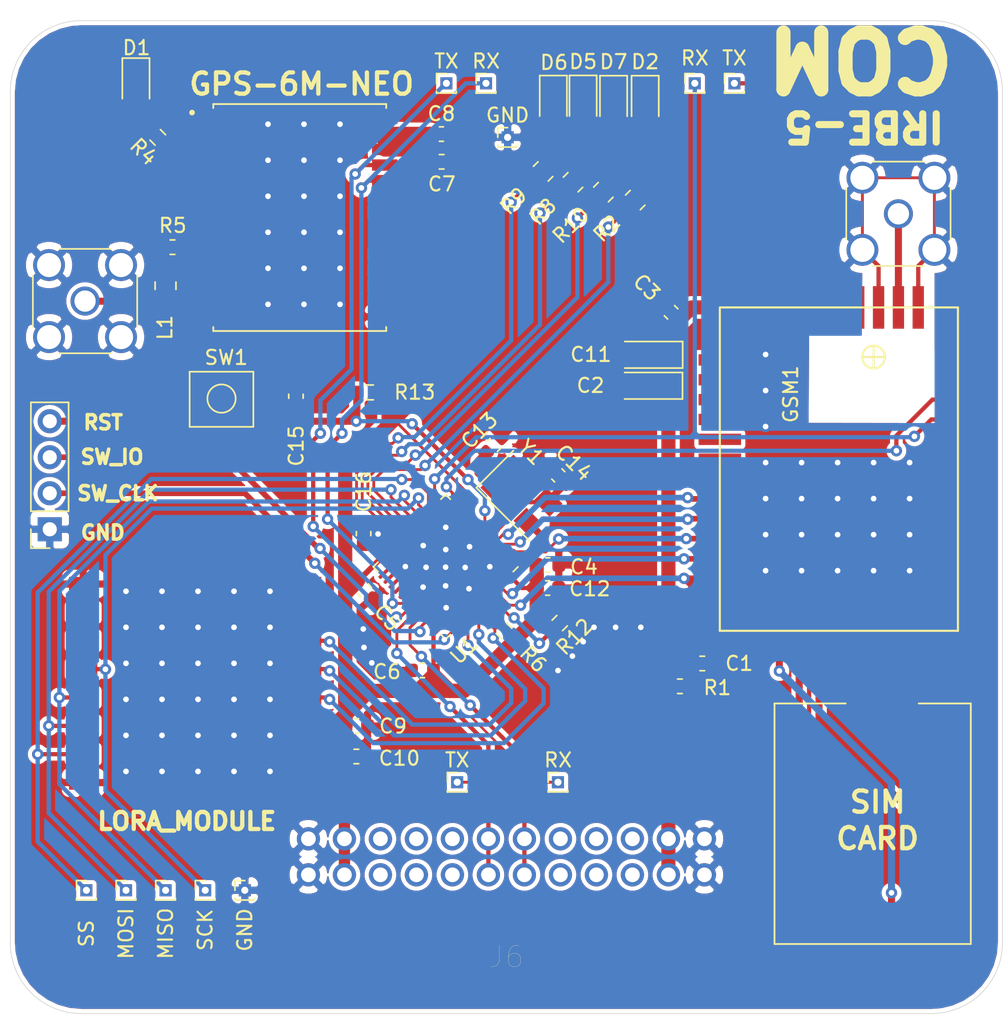
<source format=kicad_pcb>
(kicad_pcb (version 20211014) (generator pcbnew)
  (layers (0 "F.Cu" signal) (31 "B.Cu" signal) (34 "B.Paste" user) (35 "F.Paste" user) (36 "B.SilkS" user "B.Silkscreen") (37 "F.SilkS" user "F.Silkscreen") (38 "B.Mask" user) (39 "F.Mask" user) (44 "Edge.Cuts" user))
  (net 0 "")
  (net 1 "GND")
  (net 2 "GSM_RST")
  (net 3 "Net-(D1-Pad2)")
  (net 4 "Net-(GSM1-Pad1)")
  (net 5 "Net-(GSM1-Pad2)")
  (net 6 "Net-(GSM1-Pad3)")
  (net 7 "Net-(GSM1-Pad4)")
  (net 8 "Net-(GSM1-Pad5)")
  (net 9 "Net-(GSM1-Pad6)")
  (net 10 "Net-(GSM1-Pad7)")
  (net 11 "GSM_PWR")
  (net 12 "GSM_GPIO1INT")
  (net 13 "GSM_CTS")
  (net 14 "GSM_RTS")
  (net 15 "Net-(GSM1-Pad13)")
  (net 16 "/gprs/SIM_RST")
  (net 17 "/gprs/SIM_CLK")
  (net 18 "/gprs/SIM_VSIM")
  (net 19 "/gprs/SIM_DATA")
  (net 20 "Net-(GSM1-Pad18)")
  (net 21 "Net-(GSM1-Pad19)")
  (net 22 "Net-(GSM1-Pad20)")
  (net 23 "Net-(GSM1-Pad21)")
  (net 24 "Net-(GSM1-Pad23)")
  (net 25 "Net-(GSM1-Pad24)")
  (net 26 "Net-(GSM1-Pad26)")
  (net 27 "Net-(GSM1-Pad27)")
  (net 28 "Net-(GSM1-Pad29)")
  (net 29 "GSM_RX")
  (net 30 "GSM_TX")
  (net 31 "Net-(GSM1-Pad32)")
  (net 32 "Net-(GSM1-Pad33)")
  (net 33 "/gprs/ANT")
  (net 34 "Net-(GSM1-Pad37)")
  (net 35 "Net-(GSM1-Pad38)")
  (net 36 "/MCU/SW_CLK")
  (net 37 "/MCU/SW_IO")
  (net 38 "/MCU/~{RST}")
  (net 39 "/GPS/ANT")
  (net 40 "Net-(L1-Pad2)")
  (net 41 "Net-(R4-Pad1)")
  (net 42 "Net-(R5-Pad1)")
  (net 43 "RF_RST")
  (net 44 "GPS_RX")
  (net 45 "GPS_TX")
  (net 46 "RF_NSS")
  (net 47 "RF_SCK")
  (net 48 "RF_MISO")
  (net 49 "RF_MOSI")
  (net 50 "RF_DIO0")
  (net 51 "RF_DIO1")
  (net 52 "Net-(U2-Pad1)")
  (net 53 "Net-(U2-Pad2)")
  (net 54 "Net-(U2-Pad4)")
  (net 55 "Net-(U2-Pad5)")
  (net 56 "Net-(U2-Pad6)")
  (net 57 "Net-(U2-Pad15)")
  (net 58 "Net-(U2-Pad14)")
  (net 59 "Net-(U2-Pad16)")
  (net 60 "Net-(U2-Pad19)")
  (net 61 "Net-(U2-Pad18)")
  (net 62 "Net-(U2-Pad17)")
  (net 63 "Net-(U3-Pad11)")
  (net 64 "Net-(U3-Pad10)")
  (net 65 "Net-(U3-Pad7)")
  (net 66 "Net-(U3-Pad8)")
  (net 67 "RX")
  (net 68 "TX")
  (net 69 "4V")
  (net 70 "3.3V")
  (net 71 "Net-(J6-Pad22)")
  (net 72 "Net-(J6-Pad4)")
  (net 73 "Net-(J6-Pad21)")
  (net 74 "Net-(J6-Pad5)")
  (net 75 "Net-(J6-Pad20)")
  (net 76 "Net-(J6-Pad8)")
  (net 77 "Net-(J6-Pad9)")
  (net 78 "Net-(J6-Pad10)")
  (net 79 "Net-(J6-Pad15)")
  (net 80 "Net-(J6-Pad3)")
  (net 81 "Net-(J6-Pad17)")
  (net 82 "Net-(J6-Pad16)")
  (net 83 "Net-(J2-Pad6)")
  (net 84 "Net-(D2-Pad2)")
  (net 85 "Net-(D5-Pad2)")
  (net 86 "Net-(D6-Pad2)")
  (net 87 "Net-(D7-Pad2)")
  (net 88 "Net-(R2-Pad1)")
  (net 89 "Net-(R8-Pad1)")
  (net 90 "Net-(R9-Pad1)")
  (net 91 "Net-(R10-Pad1)")
  (net 92 "Net-(R12-Pad1)")
  (net 93 "Net-(C16-Pad1)")
  (net 94 "Net-(U1-Pad10)")
  (net 95 "Net-(U1-Pad11)")
  (net 96 "Net-(U1-Pad27)")
  (net 97 "Net-(U1-Pad28)")
  (net 98 "Net-(U1-Pad29)")
  (net 99 "Net-(U1-Pad38)")
  (net 100 "Net-(C13-Pad1)")
  (net 101 "Net-(C14-Pad1)")
  (net 102 "Net-(U1-Pad25)")
  (net 103 "Net-(U1-Pad26)")
  (net 104 "Net-(U1-Pad39)")
  (net 105 "Net-(U1-Pad43)")
  (footprint "Capacitor_SMD:C_0603_1608Metric" (layer "F.Cu") (at 150.365552 108.523318)
    (fp_text reference "C1")
    (fp_text value "0.1uF")
  )
  (footprint "Capacitor_SMD:C_0603_1608Metric" (layer "F.Cu") (at 148.165552 83.763318 135)
    (fp_text reference "C3")
    (fp_text value "0.1uF")
  )
  (footprint "Capacitor_SMD:C_0603_1608Metric" (layer "F.Cu") (at 126.525552 103.373318 -50)
    (fp_text reference "C5")
    (fp_text value "0.1uF")
  )
  (footprint "Capacitor_SMD:C_0603_1608Metric" (layer "F.Cu") (at 131.975552 73.153318)
    (fp_text reference "C7")
    (fp_text value "0.1uF")
  )
  (footprint "Capacitor_SMD:C_0603_1608Metric" (layer "F.Cu") (at 125.959012 115.081758)
    (fp_text reference "C10")
    (fp_text value "0.1uF")
  )
  (footprint "A6:A6_GSM" (layer "F.Cu") (at 160.003392 94.821558 90)
    (fp_text reference "GSM1")
    (fp_text value "A6_GSM")
  )
  (footprint "Connector_Coaxial:SMA_Amphenol_132134-16_Vertical" (layer "F.Cu") (at 164.203392 76.821558 -90)
    (fp_text reference "J1")
    (fp_text value "Conn_Coaxial")
  )
  (footprint "Connector_PinSocket_2.54mm:PinSocket_1x04_P2.54mm_Vertical" (layer "F.Cu") (at 104.325552 99.063318 180)
    (fp_text reference "J3")
    (fp_text value "ST_LINK")
  )
  (footprint "Capacitor_SMD:C_0603_1608Metric" (layer "F.Cu") (at 148.785552 110.133318)
    (fp_text reference "R1")
    (fp_text value "10k")
  )
  (footprint "Capacitor_SMD:C_0603_1608Metric" (layer "F.Cu") (at 112.985552 79.173318 180)
    (fp_text reference "R5")
    (fp_text value "10")
  )
  (footprint "LOCAL:Ai-Thinker_Ra-02" (layer "F.Cu") (at 114.485552 109.923318 90)
    (fp_text reference "U3" hide)
    (fp_text value "Ai-Thinker_Ra-02")
  )
  (footprint "LOCAL:SAMTEC-SSW-112-02-X-D-RA" (layer "F.Cu") (at 136.545552 129.203318 180)
    (fp_text reference "J6")
    (fp_text value "02x12")
  )
  (footprint "Connector_Coaxial:SMA_Amphenol_132134-16_Vertical" (layer "F.Cu") (at 106.816032 82.973618 90)
    (fp_text reference "J4")
    (fp_text value "Conn_Coaxial")
  )
  (footprint "Capacitor_Tantalum_SMD:CP_EIA-3216-10_Kemet-I_Pad1.58x1.35mm_HandSolder" (layer "F.Cu") (at 146.497292 86.760718 180)
    (fp_text reference "C11")
    (fp_text value "220uF")
  )
  (footprint "footprints:XCVR_NEO-6M-GPS" (layer "F.Cu") (at 121.964592 77.083358)
    (fp_text reference "U2")
    (fp_text value "NEO-6M-0-001")
  )
  (footprint "Capacitor_SMD:C_0603_1608Metric" (layer "F.Cu") (at 130.625552 109.013318 180)
    (fp_text reference "C6")
    (fp_text value "0.1uF")
  )
  (footprint "footprints:MOLEX_78800-0001" (layer "F.Cu") (at 162.385552 119.823318 90)
    (fp_text reference "J2")
    (fp_text value "SIM_Card")
  )
  (footprint "Capacitor_Tantalum_SMD:CP_EIA-3216-10_Kemet-I_Pad1.58x1.35mm_HandSolder" (layer "F.Cu") (at 146.485552 88.943318 180)
    (fp_text reference "C2")
    (fp_text value "220uF")
  )
  (footprint "LED_SMD:LED_0805_2012Metric_Pad1.15x1.40mm_HandSolder" (layer "F.Cu") (at 110.405552 67.703318 -90)
    (fp_text reference "D1")
    (fp_text value "LED")
  )
  (footprint "Capacitor_SMD:C_0805_2012Metric_Pad1.18x1.45mm_HandSolder" (layer "F.Cu") (at 112.495552 81.893318 90)
    (fp_text reference "L1")
    (fp_text value "27uH")
  )
  (footprint "Capacitor_SMD:C_0603_1608Metric" (layer "F.Cu") (at 139.455552 103.203318)
    (fp_text reference "C12")
    (fp_text value "0.1uF")
  )
  (footprint "LED_SMD:LED_0805_2012Metric_Pad1.15x1.40mm_HandSolder" (layer "F.Cu") (at 146.335552 68.943318 -90)
    (fp_text reference "D2")
    (fp_text value "BLUE")
  )
  (footprint "LED_SMD:LED_0805_2012Metric_Pad1.15x1.40mm_HandSolder" (layer "F.Cu") (at 141.955552 68.923318 -90)
    (fp_text reference "D5")
    (fp_text value "BLUE")
  )
  (footprint "LED_SMD:LED_0805_2012Metric_Pad1.15x1.40mm_HandSolder" (layer "F.Cu") (at 139.855552 68.933318 -90)
    (fp_text reference "D6")
    (fp_text value "BLUE")
  )
  (footprint "LED_SMD:LED_0805_2012Metric_Pad1.15x1.40mm_HandSolder" (layer "F.Cu") (at 144.105552 68.943318 -90)
    (fp_text reference "D7")
    (fp_text value "BLUE")
  )
  (footprint "Resistor_SMD:R_0805_2012Metric_Pad1.20x1.40mm_HandSolder" (layer "F.Cu") (at 145.635552 75.853318 45)
    (fp_text reference "R2")
    (fp_text value "75")
  )
  (footprint "Resistor_SMD:R_0805_2012Metric_Pad1.20x1.40mm_HandSolder" (layer "F.Cu") (at 141.245552 74.593318 45)
    (fp_text reference "R8")
    (fp_text value "75")
  )
  (footprint "Resistor_SMD:R_0805_2012Metric_Pad1.20x1.40mm_HandSolder" (layer "F.Cu") (at 139.135552 73.833318 45)
    (fp_text reference "R9")
    (fp_text value "75")
  )
  (footprint "Resistor_SMD:R_0805_2012Metric_Pad1.20x1.40mm_HandSolder" (layer "F.Cu") (at 143.385552 75.293318 45)
    (fp_text reference "R10")
    (fp_text value "75")
  )
  (footprint "Package_DFN_QFN:QFN-48-1EP_7x7mm_P0.5mm_EP5.6x5.6mm" (layer "F.Cu") (at 132.255552 101.713318 -135)
    (fp_text reference "U1")
    (fp_text value "STM32F401CEUx")
  )
  (footprint "Crystal:Crystal_SMD_5032-4Pin_5.0x3.2mm" (layer "F.Cu") (at 137.605552 96.693318 -45)
    (fp_text reference "Y1")
    (fp_text value "MCSJK")
  )
  (footprint "Resistor_SMD:R_0603_1608Metric_Pad0.98x0.95mm_HandSolder" (layer "F.Cu") (at 126.905552 89.413318 180)
    (fp_text reference "R13")
    (fp_text value "12k")
  )
  (footprint "button:little_button" (layer "F.Cu") (at 116.435552 89.843318)
    (fp_text reference "SW1")
    (fp_text value "Reset")
  )
  (footprint "Capacitor_SMD:C_0603_1608Metric" (layer "F.Cu") (at 131.960552 71.198318)
    (fp_text reference "C8")
    (fp_text value "10uF")
  )
  (footprint "Capacitor_SMD:C_0603_1608Metric" (layer "F.Cu") (at 125.975552 112.933318)
    (fp_text reference "C9")
    (fp_text value "10uF")
  )
  (footprint "Capacitor_SMD:C_0603_1608Metric" (layer "F.Cu") (at 139.465552 101.583318)
    (fp_text reference "C4")
    (fp_text value "0.1uF")
  )
  (footprint "Resistor_SMD:R_0603_1608Metric" (layer "F.Cu") (at 140.305552 105.673318 45)
    (fp_text reference "R12")
    (fp_text value "12k")
  )
  (footprint "Capacitor_SMD:C_0603_1608Metric" (layer "F.Cu") (at 135.655552 93.123318 45)
    (fp_text reference "C13")
    (fp_text value "22pF")
  )
  (footprint "Capacitor_SMD:C_0603_1608Metric" (layer "F.Cu") (at 140.205552 95.263318 135)
    (fp_text reference "C14")
    (fp_text value "22pF")
  )
  (footprint "Capacitor_SMD:C_0603_1608Metric" (layer "F.Cu") (at 126.469552 99.369318 90)
    (fp_text reference "C16")
    (fp_text value "4.7uF")
  )
  (footprint "Capacitor_SMD:C_0603_1608Metric" (layer "F.Cu") (at 121.695552 89.683318 90)
    (fp_text reference "C15")
    (fp_text value "220nF")
  )
  (footprint "Resistor_SMD:R_0603_1608Metric_Pad0.98x0.95mm_HandSolder" (layer "F.Cu") (at 136.375552 106.227318 -45)
    (fp_text reference "R6")
    (fp_text value "10k")
  )
  (footprint "Resistor_SMD:R_0603_1608Metric_Pad0.98x0.95mm_HandSolder" (layer "F.Cu") (at 111.945552 71.433318 135)
    (fp_text reference "R4")
    (fp_text value "1k")
  )
  (footprint "Connector_PinHeader_1.00mm:PinHeader_1x01_P1.00mm_Vertical" (layer "F.Cu") (at 140.185552 116.895318)
    (fp_text reference "RX")
    (fp_text value "TestPoint")
  )
  (footprint "Connector_PinHeader_1.00mm:PinHeader_1x01_P1.00mm_Vertical" (layer "F.Cu") (at 133.073552 116.895318)
    (fp_text reference "TX")
    (fp_text value "TestPoint")
  )
  (footprint "Connector_PinHeader_1.00mm:PinHeader_1x01_P1.00mm_Vertical" (layer "F.Cu") (at 109.705552 124.515318)
    (fp_text reference "MOSI")
    (fp_text value "TestPoint")
  )
  (footprint "Connector_PinHeader_1.00mm:PinHeader_1x01_P1.00mm_Vertical" (layer "F.Cu") (at 112.499552 124.515318)
    (fp_text reference "MISO")
    (fp_text value "TestPoint")
  )
  (footprint "Connector_PinHeader_1.00mm:PinHeader_1x01_P1.00mm_Vertical" (layer "F.Cu") (at 115.293552 124.515318)
    (fp_text reference "SCK")
    (fp_text value "TestPoint")
  )
  (footprint "Connector_PinHeader_1.00mm:PinHeader_1x01_P1.00mm_Vertical" (layer "F.Cu") (at 135.105552 67.619318)
    (fp_text reference "RX")
    (fp_text value "TestPoint")
  )
  (footprint "Connector_PinHeader_1.00mm:PinHeader_1x01_P1.00mm_Vertical" (layer "F.Cu") (at 149.837552 67.619318)
    (fp_text reference "RX")
    (fp_text value "TestPoint")
  )
  (footprint "Connector_PinHeader_1.00mm:PinHeader_1x01_P1.00mm_Vertical" (layer "F.Cu") (at 152.631552 67.619318)
    (fp_text reference "TX")
    (fp_text value "TestPoint")
  )
  (footprint "Connector_PinHeader_1.00mm:PinHeader_1x01_P1.00mm_Vertical" (layer "F.Cu") (at 132.311552 67.619318)
    (fp_text reference "TX")
    (fp_text value "TestPoint")
  )
  (footprint "Connector_PinHeader_1.00mm:PinHeader_1x01_P1.00mm_Vertical" (layer "F.Cu") (at 106.911552 124.515318)
    (fp_text reference "SS")
    (fp_text value "TestPoint")
  )
  (footprint "Connector_PinHeader_1.00mm:PinHeader_1x01_P1.00mm_Vertical" (layer "F.Cu") (at 136.629552 71.429318)
    (fp_text reference "GND")
    (fp_text value "TestPoint")
  )
  (footprint "Connector_PinHeader_1.00mm:PinHeader_1x01_P1.00mm_Vertical" (layer "F.Cu") (at 118.087552 124.515318)
    (fp_text reference "GND")
    (fp_text value "TestPoint")
  )
  (gr_line (start 166.545552 133.203318) (end 106.545552 133.203318) (layer "Edge.Cuts") (width 0.05))
  (gr_line (start 171.545552 68.203318) (end 171.545552 128.203318) (layer "Edge.Cuts") (width 0.05))
  (gr_arc (start 101.545552 68.203318) (mid 103.010018 64.667784) (end 106.545552 63.203318) (layer "Edge.Cuts") (width 0.05))
  (gr_arc (start 106.545552 133.203318) (mid 103.010018 131.738852) (end 101.545552 128.203318) (layer "Edge.Cuts") (width 0.05))
  (gr_arc (start 166.545552 63.203318) (mid 170.081086 64.667784) (end 171.545552 68.203318) (layer "Edge.Cuts") (width 0.05))
  (gr_line (start 106.545552 63.203318) (end 166.545552 63.203318) (layer "Edge.Cuts") (width 0.05))
  (gr_arc (start 171.545552 128.203318) (mid 170.081086 131.738852) (end 166.545552 133.203318) (layer "Edge.Cuts") (width 0.05))
  (gr_line (start 101.545552 128.203318) (end 101.545552 68.203318) (layer "Edge.Cuts") (width 0.05))
  (gr_text "SW_CLK" (at 109.125552 96.533318) (layer "F.SilkS") (effects (font (size 1 1) (thickness 0.25))))
  (gr_text "GND" (at 108.075552 99.303318) (layer "F.SilkS") (effects (font (size 1 1) (thickness 0.25))))
  (gr_text "RST" (at 108.095552 91.533318) (layer "F.SilkS") (effects (font (size 1 1) (thickness 0.25))))
  (gr_text "IRBE-5" (at 161.775552 70.667318 180) (layer "F.SilkS") (effects (font (size 2 2) (thickness 0.5))))
  (gr_text "CARD" (at 162.735552 120.873318) (layer "F.SilkS") (effects (font (size 1.5 1.5) (thickness 0.3))))
  (gr_text "COM" (at 161.521552 65.841318 180) (layer "F.SilkS") (effects (font (size 4 4) (thickness 1))))
  (gr_text "SW_IO\n" (at 108.725552 93.963318) (layer "F.SilkS") (effects (font (size 1 1) (thickness 0.25))))
  (gr_text "LORA_MODULE" (at 113.995552 119.653318) (layer "F.SilkS") (effects (font (size 1.2 1.2) (thickness 0.3))))
  (gr_text "SIM" (at 162.735552 118.298318) (layer "F.SilkS") (effects (font (size 1.5 1.5) (thickness 0.3))))
  (gr_text "GPS-6M-NEO" (at 122.095552 67.673318) (layer "F.SilkS") (effects (font (size 1.5 1.5) (thickness 0.3))))
  (segment (start 161.663392 74.281558) (end 166.743392 74.281558) (width 0.2) (layer "F.Cu") (net 1))
  (segment (start 132.255552 104.895299) (end 132.255552 101.713318) (width 0.2) (layer "F.Cu") (net 1))
  (segment (start 166.743392 79.361558) (end 166.743392 74.281558) (width 0.2) (layer "F.Cu") (net 1))
  (segment (start 132.255552 100.652657) (end 132.255552 101.713318) (width 0.2) (layer "F.Cu") (net 1))
  (segment (start 165.603392 80.501558) (end 166.743392 79.361558) (width 0.3) (layer "F.Cu") (net 1))
  (segment (start 161.663392 79.361558) (end 161.663392 74.281558) (width 0.2) (layer "F.Cu") (net 1))
  (segment (start 126.469552 98.594318) (end 126.710552 98.594318) (width 0.2) (layer "F.Cu") (net 1))
  (segment (start 162.803392 80.501558) (end 161.663392 79.361558) (width 0.3) (layer "F.Cu") (net 1))
  (segment (start 131.415863 105.734988) (end 132.255552 104.895299) (width 0.2) (layer "F.Cu") (net 1))
  (segment (start 126.710552 98.594318) (end 127.489045 99.372811) (width 0.2) (layer "F.Cu") (net 1))
  (segment (start 165.603392 83.421558) (end 165.603392 80.501558) (width 0.3) (layer "F.Cu") (net 1))
  (segment (start 116.554232 81.841678) (end 116.274232 81.841678) (width 0.3) (layer "F.Cu") (net 1))
  (segment (start 127.489045 99.372811) (end 127.489045 99.394318) (width 0.2) (layer "F.Cu") (net 1))
  (segment (start 129.073571 101.713318) (end 132.255552 101.713318) (width 0.2) (layer "F.Cu") (net 1))
  (segment (start 134.155901 98.752308) (end 132.255552 100.652657) (width 0.2) (layer "F.Cu") (net 1))
  (segment (start 136.225241 102.553007) (end 135.375552 101.703318) (width 0.2) (layer "F.Cu") (net 1))
  (segment (start 128.233882 100.873629) (end 129.073571 101.713318) (width 0.2) (layer "F.Cu") (net 1))
  (segment (start 116.203112 81.864538) (end 115.715107 82.170788) (width 0.3) (layer "F.Cu") (net 1))
  (segment (start 162.803392 83.421558) (end 162.803392 80.501558) (width 0.3) (layer "F.Cu") (net 1))
  (segment (start 136.277222 102.553007) (end 136.225241 102.553007) (width 0.2) (layer "F.Cu") (net 1))
  (via (at 133.905552 103.253318) (size 0.8) (drill 0.4) (layers "F.Cu" "B.Cu") (net 1))
  (via (at 159.913392 94.361558) (size 0.8) (drill 0.4) (layers "F.Cu" "B.Cu") (net 1))
  (via (at 164.993392 99.441558) (size 0.8) (drill 0.4) (layers "F.Cu" "B.Cu") (net 1))
  (via (at 114.785552 116.133318) (size 0.8) (drill 0.4) (layers "F.Cu" "B.Cu") (net 1))
  (via (at 129.415552 101.693318) (size 0.8) (drill 0.4) (layers "F.Cu" "B.Cu") (net 1))
  (via (at 122.264312 83.202218) (size 0.8) (drill 0.4) (layers "F.Cu" "B.Cu") (net 1))
  (via (at 127.489045 99.394318) (size 0.8) (drill 0.4) (layers "F.Cu" "B.Cu") (net 1))
  (via (at 157.373392 94.361558) (size 0.8) (drill 0.4) (layers "F.Cu" "B.Cu") (net 1))
  (via (at 112.245552 105.973318) (size 0.8) (drill 0.4) (layers "F.Cu" "B.Cu") (net 1))
  (via (at 119.865552 103.433318) (size 0.8) (drill 0.4) (layers "F.Cu" "B.Cu") (net 1))
  (via (at 133.945552 100.293318) (size 0.8) (drill 0.4) (layers "F.Cu" "B.Cu") (net 1))
  (via (at 159.913392 99.441558) (size 0.8) (drill 0.4) (layers "F.Cu" "B.Cu") (net 1))
  (via (at 154.833392 94.361558) (size 0.8) (drill 0.4) (layers "F.Cu" "B.Cu") (net 1))
  (via (at 124.804312 83.202218) (size 0.8) (drill 0.4) (layers "F.Cu" "B.Cu") (net 1))
  (via (at 109.705552 113.593318) (size 0.8) (drill 0.4) (layers "F.Cu" "B.Cu") (net 1))
  (via (at 119.724312 80.662218) (size 0.8) (drill 0.4) (layers "F.Cu" "B.Cu") (net 1))
  (via (at 119.724312 73.042218) (size 0.8) (drill 0.4) (layers "F.Cu" "B.Cu") (net 1))
  (via (at 119.865552 105.973318) (size 0.8) (drill 0.4) (layers "F.Cu" "B.Cu") (net 1))
  (via (at 114.785552 108.513318) (size 0.8) (drill 0.4) (layers "F.Cu" "B.Cu") (net 1))
  (via (at 141.963552 106.989318) (size 0.8) (drill 0.4) (layers "F.Cu" "B.Cu") (net 1))
  (via (at 117.325552 116.133318) (size 0.8) (drill 0.4) (layers "F.Cu" "B.Cu") (net 1))
  (via (at 142.725552 105.973318) (size 0.8) (drill 0.4) (layers "F.Cu" "B.Cu") (net 1))
  (via (at 112.245552 116.133318) (size 0.8) (drill 0.4) (layers "F.Cu" "B.Cu") (net 1))
  (via (at 154.833392 101.981558) (size 0.8) (drill 0.4) (layers "F.Cu" "B.Cu") (net 1))
  (via (at 124.804312 75.582218) (size 0.8) (drill 0.4) (layers "F.Cu" "B.Cu") (net 1))
  (via (at 154.833392 99.441558) (size 0.8) (drill 0.4) (layers "F.Cu" "B.Cu") (net 1))
  (via (at 144.249552 105.973318) (size 0.8) (drill 0.4) (layers "F.Cu" "B.Cu") (net 1))
  (via (at 114.785552 113.593318) (size 0.8) (drill 0.4) (layers "F.Cu" "B.Cu") (net 1))
  (via (at 122.264312 75.582218) (size 0.8) (drill 0.4) (layers "F.Cu" "B.Cu") (net 1))
  (via (at 157.373392 99.441558) (size 0.8) (drill 0.4) (layers "F.Cu" "B.Cu") (net 1))
  (via (at 130.875552 101.743318) (size 0.8) (drill 0.4) (layers "F.Cu" "B.Cu") (net 1))
  (via (at 119.865552 108.513318) (size 0.8) (drill 0.4) (layers "F.Cu" "B.Cu") (net 1))
  (via (at 162.453392 96.901558) (size 0.8) (drill 0.4) (layers "F.Cu" "B.Cu") (net 1))
  (via (at 124.804312 73.042218) (size 0.8) (drill 0.4) (layers "F.Cu" "B.Cu") (net 1))
  (via (at 112.245552 111.053318) (size 0.8) (drill 0.4) (layers "F.Cu" "B.Cu") (net 1))
  (via (at 117.325552 113.593318) (size 0.8) (drill 0.4) (layers "F.Cu" "B.Cu") (net 1))
  (via (at 119.865552 111.053318) (size 0.8) (drill 0.4) (layers "F.Cu" "B.Cu") (net 1))
  (via (at 164.993392 94.361558) (size 0.8) (drill 0.4) (layers "F.Cu" "B.Cu") (net 1))
  (via (at 162.453392 94.361558) (size 0.8) (drill 0.4) (layers "F.Cu" "B.Cu") (net 1))
  (via (at 119.724312 83.202218) (size 0.8) (drill 0.4) (layers "F.Cu" "B.Cu") (net 1))
  (via (at 117.325552 105.973318) (size 0.8) (drill 0.4) (layers "F.Cu" "B.Cu") (net 1))
  (via (at 141.201552 108.005318) (size 0.8) (drill 0.4) (layers "F.Cu" "B.Cu") (net 1))
  (via (at 127.045552 108.483318) (size 0.8) (drill 0.4) (layers "F.Cu" "B.Cu") (net 1))
  (via (at 124.804312 70.502218) (size 0.8) (drill 0.4) (layers "F.Cu" "B.Cu") (net 1))
  (via (at 132.255552 103.053318) (size 0.8) (drill 0.4) (layers "F.Cu" "B.Cu") (net 1))
  (via (at 117.325552 111.053318) (size 0.8) (drill 0.4) (layers "F.Cu" "B.Cu") (net 1))
  (via (at 119.865552 116.133318) (size 0.8) (drill 0.4) (layers "F.Cu" "B.Cu") (net 1))
  (via (at 154.833392 96.901558) (size 0.8) (drill 0.4) (layers "F.Cu" "B.Cu") (net 1))
  (via (at 122.264312 80.662218) (size 0.8) (drill 0.4) (layers "F.Cu" "B.Cu") (net 1))
  (via (at 122.264312 78.122218) (size 0.8) (drill 0.4) (layers "F.Cu" "B.Cu") (net 1))
  (via (at 132.255552 101.733318) (size 0.8) (drill 0.4) (layers "F.Cu" "B.Cu") (net 1))
  (via (at 114.785552 105.973318) (size 0.8) (drill 0.4) (layers "F.Cu" "B.Cu") (net 1))
  (via (at 133.635552 101.753318) (size 0.8) (drill 0.4) (layers "F.Cu" "B.Cu") (net 1))
  (via (at 119.724312 78.122218) (size 0.8) (drill 0.4) (layers "F.Cu" "B.Cu") (net 1))
  (via (at 119.724312 75.582218) (size 0.8) (drill 0.4) (layers "F.Cu" "B.Cu") (net 1))
  (via (at 112.245552 108.513318) (size 0.8) (drill 0.4) (layers "F.Cu" "B.Cu") (net 1))
  (via (at 132.265552 100.493318) (size 0.8) (drill 0.4) (layers "F.Cu" "B.Cu") (net 1))
  (via (at 154.833392 91.821558) (size 0.8) (drill 0.4) (layers "F.Cu" "B.Cu") (net 1))
  (via (at 124.804312 78.122218) (size 0.8) (drill 0.4) (layers "F.Cu" "B.Cu") (net 1))
  (via (at 117.325552 108.513318) (size 0.8) (drill 0.4) (layers "F.Cu" "B.Cu") (net 1))
  (via (at 109.705552 105.973318) (size 0.8) (drill 0.4) (layers "F.Cu" "B.Cu") (net 1))
  (via (at 112.245552 113.593318) (size 0.8) (drill 0.4) (layers "F.Cu" "B.Cu") (net 1))
  (via (at 132.265552 98.923318) (size 0.8) (drill 0.4) (layers "F.Cu" "B.Cu") (net 1))
  (via (at 162.453392 99.441558) (size 0.8) (drill 0.4) (layers "F.Cu" "B.Cu") (net 1))
  (via (at 109.705552 111.053318) (size 0.8) (drill 0.4) (layers "F.Cu" "B.Cu") (net 1))
  (via (at 109.705552 116.133318) (size 0.8) (drill 0.4) (layers "F.Cu" "B.Cu") (net 1))
  (via (at 109.705552 103.433318) (size 0.8) (drill 0.4) (layers "F.Cu" "B.Cu") (net 1))
  (via (at 140.185552 109.021318) (size 0.8) (drill 0.4) (layers "F.Cu" "B.Cu") (net 1))
  (via (at 159.913392 96.901558) (size 0.8) (drill 0.4) (layers "F.Cu" "B.Cu") (net 1))
  (via (at 154.833392 86.741558) (size 0.8) (drill 0.4) (layers "F.Cu" "B.Cu") (net 1))
  (via (at 154.833392 89.281558) (size 0.8) (drill 0.4) (layers "F.Cu" "B.Cu") (net 1))
  (via (at 114.785552 103.433318) (size 0.8) (drill 0.4) (layers "F.Cu" "B.Cu") (net 1))
  (via (at 126.445552 106.093318) (size 0.8) (drill 0.4) (layers "F.Cu" "B.Cu") (net 1))
  (via (at 130.675552 100.213318) (size 0.8) (drill 0.4) (layers "F.Cu" "B.Cu") (net 1))
  (via (at 126.495552 107.393318) (size 0.8) (drill 0.4) (layers "F.Cu" "B.Cu") (net 1))
  (via (at 122.264312 70.502218) (size 0.8) (drill 0.4) (layers "F.Cu" "B.Cu") (net 1))
  (via (at 164.993392 96.901558) (size 0.8) (drill 0.4) (layers "F.Cu" "B.Cu") (net 1))
  (via (at 109.705552 108.513318) (size 0.8) (drill 0.4) (layers "F.Cu" "B.Cu") (net 1))
  (via (at 124.804312 80.662218) (size 0.8) (drill 0.4) (layers "F.Cu" "B.Cu") (net 1))
  (via (at 157.373392 96.901558) (size 0.8) (drill 0.4) (layers "F.Cu" "B.Cu") (net 1))
  (via (at 132.295552 104.593318) (size 0.8) (drill 0.4) (layers "F.Cu" "B.Cu") (net 1))
  (via (at 114.785552 111.053318) (size 0.8) (drill 0.4) (layers "F.Cu" "B.Cu") (net 1))
  (via (at 122.264312 73.042218) (size 0.8) (drill 0.4) (layers "F.Cu" "B.Cu") (net 1))
  (via (at 135.375552 101.703318) (size 0.8) (drill 0.4) (layers "F.Cu" "B.Cu") (net 1))
  (via (at 130.665552 103.143318) (size 0.8) (drill 0.4) (layers "F.Cu" "B.Cu") (net 1))
  (via (at 119.865552 113.593318) (size 0.8) (drill 0.4) (layers "F.Cu" "B.Cu") (net 1))
  (via (at 146.027552 105.973318) (size 0.8) (drill 0.4) (layers "F.Cu" "B.Cu") (net 1))
  (via (at 157.373392 101.981558) (size 0.8) (drill 0.4) (layers "F.Cu" "B.Cu") (net 1))
  (via (at 119.724312 70.502218) (size 0.8) (drill 0.4) (layers "F.Cu" "B.Cu") (net 1))
  (via (at 164.993392 101.981558) (size 0.8) (drill 0.4) (layers "F.Cu" "B.Cu") (net 1))
  (via (at 159.913392 101.981558) (size 0.8) (drill 0.4) (layers "F.Cu" "B.Cu") (net 1))
  (via (at 162.453392 101.981558) (size 0.8) (drill 0.4) (layers "F.Cu" "B.Cu") (net 1))
  (via (at 117.325552 103.433318) (size 0.8) (drill 0.4) (layers "F.Cu" "B.Cu") (net 1))
  (via (at 112.245552 103.433318) (size 0.8) (drill 0.4) (layers "F.Cu" "B.Cu") (net 1))
  (segment (start 149.433792 102.521558) (end 149.075552 102.521558) (width 0.4) (layer "F.Cu") (net 2))
  (segment (start 149.987312 102.521558) (end 149.433792 102.521558) (width 0.4) (layer "F.Cu") (net 2))
  (segment (start 149.578052 102.665818) (end 149.433792 102.521558) (width 0.4) (layer "F.Cu") (net 2))
  (segment (start 135.570115 103.260114) (end 136.726664 104.416663) (width 0.2) (layer "F.Cu") (net 2))
  (segment (start 149.578052 110.128318) (end 149.573052 110.133318) (width 0.54) (layer "F.Cu") (net 2))
  (segment (start 149.578052 103.173818) (end 149.578052 102.665818) (width 0.4) (layer "F.Cu") (net 2))
  (segment (start 149.578052 103.024058) (end 149.578052 102.930818) (width 0.4) (layer "F.Cu") (net 2))
  (segment (start 149.578052 102.930818) (end 149.987312 102.521558) (width 0.4) (layer "F.Cu") (net 2))
  (segment (start 151.603392 102.521558) (end 149.987312 102.521558) (width 0.4) (layer "F.Cu") (net 2))
  (segment (start 149.578052 108.523318) (end 149.578052 110.128318) (width 0.54) (layer "F.Cu") (net 2))
  (segment (start 149.578052 103.024058) (end 149.578052 103.173818) (width 0.4) (layer "F.Cu") (net 2))
  (segment (start 136.726664 104.416663) (end 137.548032 104.416663) (width 0.2) (layer "F.Cu") (net 2))
  (segment (start 149.075552 102.521558) (end 149.578052 103.024058) (width 0.4) (layer "F.Cu") (net 2))
  (segment (start 149.578052 108.523318) (end 149.578052 103.173818) (width 0.4) (layer "F.Cu") (net 2))
  (via (at 149.075552 102.521558) (size 0.8) (drill 0.4) (layers "F.Cu" "B.Cu") (net 2))
  (via (at 137.548032 104.416663) (size 0.8) (drill 0.4) (layers "F.Cu" "B.Cu") (net 2))
  (segment (start 139.443137 102.521558) (end 137.548032 104.416663) (width 0.4) (layer "B.Cu") (net 2))
  (segment (start 149.075552 102.521558) (end 139.443137 102.521558) (width 0.4) (layer "B.Cu") (net 2))
  (segment (start 110.405552 68.728318) (end 110.405552 69.893318) (width 0.5) (layer "F.Cu") (net 3))
  (segment (start 110.405552 69.893318) (end 111.300317 70.788083) (width 0.5) (layer "F.Cu") (net 3))
  (segment (start 149.421792 96.921558) (end 149.329552 96.829318) (width 0.4) (layer "F.Cu") (net 11))
  (segment (start 135.570115 100.166522) (end 136.321658 99.414979) (width 0.2) (layer "F.Cu") (net 11))
  (segment (start 151.603392 96.921558) (end 149.421792 96.921558) (width 0.4) (layer "F.Cu") (net 11))
  (segment (start 136.321658 99.414979) (end 136.675213 99.414979) (width 0.2) (layer "F.Cu") (net 11))
  (via (at 149.329552 96.829318) (size 0.8) (drill 0.4) (layers "F.Cu" "B.Cu") (net 11))
  (via (at 136.675213 99.414979) (size 0.8) (drill 0.4) (layers "F.Cu" "B.Cu") (net 11))
  (segment (start 139.260874 96.829318) (end 136.675213 99.414979) (width 0.4) (layer "B.Cu") (net 11))
  (segment (start 149.329552 96.829318) (end 139.260874 96.829318) (width 0.4) (layer "B.Cu") (net 11))
  (segment (start 151.603392 98.321558) (end 149.361312 98.321558) (width 0.4) (layer "F.Cu") (net 12))
  (segment (start 149.361312 98.321558) (end 149.329552 98.353318) (width 0.4) (layer "F.Cu") (net 12))
  (segment (start 137.357693 100.11498) (end 137.515413 99.95726) (width 0.2) (layer "F.Cu") (net 12))
  (segment (start 135.923668 100.520075) (end 136.328763 100.11498) (width 0.2) (layer "F.Cu") (net 12))
  (segment (start 136.328763 100.11498) (end 137.357693 100.11498) (width 0.2) (layer "F.Cu") (net 12))
  (via (at 149.329552 98.353318) (size 0.8) (drill 0.4) (layers "F.Cu" "B.Cu") (net 12))
  (via (at 137.515413 99.95726) (size 0.8) (drill 0.4) (layers "F.Cu" "B.Cu") (net 12))
  (segment (start 139.119355 98.353318) (end 137.515413 99.95726) (width 0.4) (layer "B.Cu") (net 12))
  (segment (start 149.329552 98.353318) (end 139.119355 98.353318) (width 0.4) (layer "B.Cu") (net 12))
  (segment (start 139.321609 100.657261) (end 140.235552 99.743318) (width 0.2) (layer "F.Cu") (net 13))
  (segment (start 151.505152 99.623318) (end 151.603392 99.721558) (width 0.2) (layer "F.Cu") (net 13))
  (segment (start 137.179412 100.657261) (end 139.321609 100.657261) (width 0.2) (layer "F.Cu") (net 13))
  (segment (start 137.077464 100.555313) (end 137.179412 100.657261) (width 0.2) (layer "F.Cu") (net 13))
  (segment (start 149.237312 99.721558) (end 149.235552 99.723318) (width 0.4) (layer "F.Cu") (net 13))
  (segment (start 136.595538 100.555313) (end 137.077464 100.555313) (width 0.2) (layer "F.Cu") (net 13))
  (segment (start 136.277222 100.873629) (end 136.595538 100.555313) (width 0.2) (layer "F.Cu") (net 13))
  (segment (start 137.179412 100.657261) (end 137.810225 100.657261) (width 0.2) (layer "F.Cu") (net 13))
  (segment (start 151.603392 99.721558) (end 149.237312 99.721558) (width 0.4) (layer "F.Cu") (net 13))
  (via (at 140.235552 99.743318) (size 0.8) (drill 0.4) (layers "F.Cu" "B.Cu") (net 13))
  (via (at 149.235552 99.723318) (size 0.8) (drill 0.4) (layers "F.Cu" "B.Cu") (net 13))
  (segment (start 140.255552 99.723318) (end 140.235552 99.743318) (width 0.4) (layer "B.Cu") (net 13))
  (segment (start 149.235552 99.723318) (end 140.255552 99.723318) (width 0.4) (layer "B.Cu") (net 13))
  (segment (start 135.923668 102.906561) (end 136.617212 103.600105) (width 0.2) (layer "F.Cu") (net 14))
  (segment (start 151.577632 101.147318) (end 151.603392 101.121558) (width 0.4) (layer "F.Cu") (net 14))
  (segment (start 149.075552 101.147318) (end 151.577632 101.147318) (width 0.4) (layer "F.Cu") (net 14))
  (segment (start 136.617212 103.600105) (end 136.970765 103.600105) (width 0.2) (layer "F.Cu") (net 14))
  (via (at 149.075552 101.147318) (size 0.8) (drill 0.4) (layers "F.Cu" "B.Cu") (net 14))
  (via (at 136.970765 103.600105) (size 0.8) (drill 0.4) (layers "F.Cu" "B.Cu") (net 14))
  (segment (start 149.075552 101.147318) (end 139.423552 101.147318) (width 0.4) (layer "B.Cu") (net 14))
  (segment (start 139.423552 101.147318) (end 136.970765 103.600105) (width 0.4) (layer "B.Cu") (net 14))
  (segment (start 163.715552 126.533318) (end 163.715552 124.693318) (width 0.5) (layer "F.Cu") (net 16))
  (segment (start 155.803392 106.221558) (end 155.803392 109.053318) (width 0.5) (layer "F.Cu") (net 16))
  (via (at 155.803392 109.053318) (size 0.8) (drill 0.4) (layers "F.Cu" "B.Cu") (net 16))
  (via (at 163.715552 124.693318) (size 0.8) (drill 0.4) (layers "F.Cu" "B.Cu") (net 16))
  (segment (start 163.715552 116.965478) (end 155.803392 109.053318) (width 0.5) (layer "B.Cu") (net 16))
  (segment (start 163.715552 124.693318) (end 163.715552 116.965478) (width 0.5) (layer "B.Cu") (net 16))
  (segment (start 157.203392 112.821158) (end 157.203392 106.221558) (width 0.5) (layer "F.Cu") (net 17))
  (segment (start 161.175552 116.793318) (end 157.203392 112.821158) (width 0.5) (layer "F.Cu") (net 17))
  (segment (start 161.175552 126.533318) (end 161.175552 116.793318) (width 0.5) (layer "F.Cu") (net 17))
  (segment (start 164.955552 126.533318) (end 164.955552 118.843318) (width 0.5) (layer "F.Cu") (net 18))
  (segment (start 158.603392 112.491158) (end 158.603392 106.221558) (width 0.5) (layer "F.Cu") (net 18))
  (segment (start 164.955552 118.843318) (end 158.603392 112.491158) (width 0.5) (layer "F.Cu") (net 18))
  (segment (start 160.003392 110.421158) (end 161.175552 111.593318) (width 0.5) (layer "F.Cu") (net 19))
  (segment (start 160.003392 106.221558) (end 160.003392 110.421158) (width 0.5) (layer "F.Cu") (net 19))
  (segment (start 131.769416 97.338095) (end 131.479501 97.04818) (width 0.2) (layer "F.Cu") (net 29))
  (segment (start 166.521312 91.321558) (end 168.403392 91.321558) (width 0.3) (layer "F.Cu") (net 29))
  (segment (start 165.331552 92.511318) (end 166.521312 91.321558) (width 0.3) (layer "F.Cu") (net 29))
  (segment (start 131.479501 97.04818) (end 131.479501 95.512617) (width 0.2) (layer "F.Cu") (net 29))
  (via (at 131.479501 95.512617) (size 0.8) (drill 0.4) (layers "F.Cu" "B.Cu") (net 29))
  (via (at 165.331552 92.511318) (size 0.8) (drill 0.4) (layers "F.Cu" "B.Cu") (net 29))
  (segment (start 134.420559 92.571559) (end 131.479501 95.512617) (width 0.3) (layer "B.Cu") (net 29))
  (segment (start 165.331552 92.511318) (end 165.271311 92.571559) (width 0.3) (layer "B.Cu") (net 29))
  (segment (start 149.523311 92.571559) (end 149.837552 92.257318) (width 0.3) (layer "B.Cu") (net 29))
  (segment (start 149.837552 67.619318) (end 149.837552 92.257318) (width 0.3) (layer "B.Cu") (net 29))
  (segment (start 165.271311 92.571559) (end 152.945793 92.571559) (width 0.3) (layer "B.Cu") (net 29))
  (segment (start 149.837552 92.257318) (end 149.837552 92.511318) (width 0.3) (layer "B.Cu") (net 29))
  (segment (start 150.031311 92.451077) (end 149.837552 92.257318) (width 0.3) (layer "B.Cu") (net 29))
  (segment (start 150.031311 92.571559) (end 150.031311 92.451077) (width 0.3) (layer "B.Cu") (net 29))
  (segment (start 150.031311 92.571559) (end 149.523311 92.571559) (width 0.3) (layer "B.Cu") (net 29))
  (segment (start 152.945793 92.571559) (end 150.031311 92.571559) (width 0.3) (layer "B.Cu") (net 29))
  (segment (start 149.523311 92.571559) (end 134.420559 92.571559) (width 0.3) (layer "B.Cu") (net 29))
  (segment (start 169.649552 67.619318) (end 170.665552 68.635318) (width 0.3) (layer "F.Cu") (net 30))
  (segment (start 132.741688 96.497454) (end 132.311552 96.067318) (width 0.2) (layer "F.Cu") (net 30))
  (segment (start 170.203392 89.921558) (end 168.403392 89.921558) (width 0.3) (layer "F.Cu") (net 30))
  (segment (start 132.741688 97.338095) (end 132.741688 96.497454) (width 0.2) (layer "F.Cu") (net 30))
  (segment (start 152.631552 67.619318) (end 169.649552 67.619318) (width 0.3) (layer "F.Cu") (net 30))
  (segment (start 166.603392 89.921558) (end 164.061552 92.463398) (width 0.3) (layer "F.Cu") (net 30))
  (segment (start 164.061552 92.463398) (end 164.061552 93.527318) (width 0.3) (layer "F.Cu") (net 30))
  (segment (start 170.665552 68.635318) (end 170.665552 89.459398) (width 0.3) (layer "F.Cu") (net 30))
  (segment (start 170.665552 89.459398) (end 170.203392 89.921558) (width 0.3) (layer "F.Cu") (net 30))
  (segment (start 168.403392 89.921558) (end 166.603392 89.921558) (width 0.3) (layer "F.Cu") (net 30))
  (via (at 132.311552 96.067318) (size 0.8) (drill 0.4) (layers "F.Cu" "B.Cu") (net 30))
  (via (at 164.061552 93.527318) (size 0.8) (drill 0.4) (layers "F.Cu" "B.Cu") (net 30))
  (segment (start 132.311552 95.501633) (end 134.285867 93.527318) (width 0.3) (layer "B.Cu") (net 30))
  (segment (start 134.285867 93.527318) (end 141.963552 93.527318) (width 0.3) (layer "B.Cu") (net 30))
  (segment (start 132.311552 96.067318) (end 132.311552 95.501633) (width 0.3) (layer "B.Cu") (net 30))
  (segment (start 141.963552 93.527318) (end 164.061552 93.527318) (width 0.3) (layer "B.Cu") (net 30))
  (segment (start 164.203392 83.421558) (end 164.203392 76.821558) (width 0.5) (layer "F.Cu") (net 33))
  (segment (start 132.741688 106.088541) (end 132.741688 106.267182) (width 0.2) (layer "F.Cu") (net 36))
  (segment (start 104.325552 96.523318) (end 118.0913 96.523318) (width 0.4) (layer "F.Cu") (net 36))
  (segment (start 132.741688 106.267182) (end 132.165552 106.843318) (width 0.2) (layer "F.Cu") (net 36))
  (segment (start 118.0913 96.523318) (end 123.026565 101.458583) (width 0.4) (layer "F.Cu") (net 36))
  (via (at 123.026565 101.458583) (size 0.8) (drill 0.4) (layers "F.Cu" "B.Cu") (net 36))
  (via (at 132.165552 106.843318) (size 0.8) (drill 0.4) (layers "F.Cu" "B.Cu") (net 36))
  (segment (start 132.165552 106.843318) (end 131.976692 107.032178) (width 0.3) (layer "B.Cu") (net 36))
  (segment (start 128.300169 106.732187) (end 128.158426 106.590444) (width 0.3) (layer "B.Cu") (net 36))
  (segment (start 128.60016 107.032178) (end 128.158426 106.590444) (width 0.3) (layer "B.Cu") (net 36))
  (segment (start 131.976692 107.032178) (end 128.60016 107.032178) (width 0.3) (layer "B.Cu") (net 36))
  (segment (start 128.158426 106.590444) (end 123.026565 101.458583) (width 0.3) (layer "B.Cu") (net 36))
  (segment (start 104.325552 93.983318) (end 116.85155 93.983318) (width 0.4) (layer "F.Cu") (net 37))
  (segment (start 131.062309 105.381434) (end 130.444411 105.999332) (width 0.2) (layer "F.Cu") (net 37))
  (segment (start 116.85155 93.983318) (end 123.280575 100.412343) (width 0.4) (layer "F.Cu") (net 37))
  (segment (start 130.444411 105.999332) (end 130.444411 106.282177) (width 0.2) (layer "F.Cu") (net 37))
  (segment (start 131.062309 105.381434) (end 130.375552 106.068191) (width 0.2) (layer "F.Cu") (net 37))
  (segment (start 131.062309 105.381434) (end 131.011384 105.381434) (width 0.2) (layer "F.Cu") (net 37))
  (segment (start 123.280575 100.412343) (end 123.394527 100.412343) (width 0.4) (layer "F.Cu") (net 37))
  (via (at 130.444411 106.282177) (size 0.8) (drill 0.4) (layers "F.Cu" "B.Cu") (net 37))
  (via (at 123.394527 100.412343) (size 0.8) (drill 0.4) (layers "F.Cu" "B.Cu") (net 37))
  (segment (start 126.645502 104.207622) (end 128.670057 106.232177) (width 0.3) (layer "B.Cu") (net 37))
  (segment (start 128.840109 106.282177) (end 130.444411 106.282177) (width 0.2) (layer "B.Cu") (net 37))
  (segment (start 123.394527 100.412343) (end 126.645502 103.663318) (width 0.3) (layer "B.Cu") (net 37))
  (segment (start 126.645502 103.663318) (end 126.645502 104.207622) (width 0.3) (layer "B.Cu") (net 37))
  (segment (start 128.670057 106.232177) (end 130.394411 106.232177) (width 0.3) (layer "B.Cu") (net 37))
  (segment (start 130.394411 106.232177) (end 130.444411 106.282177) (width 0.3) (layer "B.Cu") (net 37))
  (segment (start 119.363472 91.404918) (end 120.748952 91.404918) (width 0.5) (layer "F.Cu") (net 38))
  (segment (start 124.285552 91.443318) (end 125.205552 91.443318) (width 0.5) (layer "F.Cu") (net 38))
  (segment (start 125.205552 91.443318) (end 125.945552 91.443318) (width 0.5) (layer "F.Cu") (net 38))
  (segment (start 121.675552 90.435818) (end 121.675552 90.613318) (width 0.5) (layer "F.Cu") (net 38))
  (segment (start 121.675552 90.435818) (end 121.675552 91.443318) (width 0.5) (layer "F.Cu") (net 38))
  (segment (start 133.829504 95.559318) (end 133.835552 95.559318) (width 0.3) (layer "F.Cu") (net 38))
  (segment (start 125.993052 91.395818) (end 125.945552 91.443318) (width 0.5) (layer "F.Cu") (net 38))
  (segment (start 124.285552 91.443318) (end 124.436994 91.443318) (width 0.5) (layer "F.Cu") (net 38))
  (segment (start 121.695552 90.633318) (end 122.505552 91.443318) (width 0.5) (layer "F.Cu") (net 38))
  (segment (start 135.025552 98.589765) (end 135.025552 97.753318) (width 0.2) (layer "F.Cu") (net 38))
  (segment (start 121.695552 90.458318) (end 121.695552 90.633318) (width 0.5) (layer "F.Cu") (net 38))
  (segment (start 121.675552 90.435818) (end 121.675552 90.713318) (width 0.5) (layer "F.Cu") (net 38))
  (segment (start 125.993052 89.413318) (end 125.993052 90.655818) (width 0.5) (layer "F.Cu") (net 38))
  (segment (start 121.695552 90.693318) (end 120.945552 91.443318) (width 0.5) (layer "F.Cu") (net 38))
  (segment (start 134.509455 99.105862) (end 135.025552 98.589765) (width 0.2) (layer "F.Cu") (net 38))
  (segment (start 125.993052 89.413318) (end 125.993052 91.395818) (width 0.5) (layer "F.Cu") (net 38))
  (segment (start 104.325552 91.443318) (end 120.945552 91.443318) (width 0.5) (layer "F.Cu") (net 38))
  (segment (start 121.695552 90.458318) (end 121.695552 90.693318) (width 0.5) (layer "F.Cu") (net 38))
  (segment (start 120.945552 91.443318) (end 122.505552 91.443318) (width 0.5) (layer "F.Cu") (net 38))
  (segment (start 125.993052 90.655818) (end 125.205552 91.443318) (width 0.5) (layer "F.Cu") (net 38))
  (segment (start 122.505552 91.443318) (end 124.285552 91.443318) (width 0.5) (layer "F.Cu") (net 38))
  (segment (start 129.895528 91.625342) (end 133.829504 95.559318) (width 0.3) (layer "F.Cu") (net 38))
  (via (at 133.835552 95.559318) (size 0.8) (drill 0.4) (layers "F.Cu" "B.Cu") (net 38))
  (via (at 129.895528 91.625342) (size 0.8) (drill 0.4) (layers "F.Cu" "B.Cu") (net 38))
  (via (at 125.945552 91.443318) (size 0.8) (drill 0.4) (layers "F.Cu" "B.Cu") (net 38))
  (via (at 135.025552 97.753318) (size 0.8) (drill 0.4) (layers "F.Cu" "B.Cu") (net 38))
  (segment (start 125.945552 91.443318) (end 129.713504 91.443318) (width 0.3) (layer "B.Cu") (net 38))
  (segment (start 129.713504 91.443318) (end 129.895528 91.625342) (width 0.3) (layer "B.Cu") (net 38))
  (segment (start 135.025552 96.749318) (end 133.835552 95.559318) (width 0.3) (layer "B.Cu") (net 38))
  (segment (start 135.025552 97.753318) (end 135.025552 96.749318) (width 0.3) (layer "B.Cu") (net 38))
  (segment (start 115.964592 82.983358) (end 106.816032 82.983358) (width 0.5) (layer "F.Cu") (net 39))
  (segment (start 116.154312 83.112218) (end 114.954312 83.112218) (width 0.3) (layer "F.Cu") (net 39))
  (segment (start 113.472716 82.983358) (end 113.356804 83.09927) (width 0.3) (layer "F.Cu") (net 39))
  (segment (start 112.198052 80.558318) (end 112.495552 80.855818) (width 0.5) (layer "F.Cu") (net 40))
  (segment (start 112.198052 79.173318) (end 112.198052 80.558318) (width 0.5) (layer "F.Cu") (net 40))
  (segment (start 115.964592 72.283358) (end 112.795592 72.283358) (width 0.5) (layer "F.Cu") (net 41))
  (segment (start 112.795592 72.283358) (end 112.590787 72.078553) (width 0.5) (layer "F.Cu") (net 41))
  (segment (start 115.964592 80.783358) (end 115.383092 80.783358) (width 0.5) (layer "F.Cu") (net 42))
  (segment (start 115.964592 79.683358) (end 115.964592 79.704278) (width 0.5) (layer "F.Cu") (net 42))
  (segment (start 115.964592 80.783358) (end 115.204872 80.783358) (width 0.5) (layer "F.Cu") (net 42))
  (segment (start 115.964592 79.683358) (end 114.825592 79.683358) (width 0.5) (layer "F.Cu") (net 42))
  (segment (start 114.825592 79.683358) (end 114.283092 79.683358) (width 0.5) (layer "F.Cu") (net 42))
  (segment (start 115.964592 79.683358) (end 115.263172 79.683358) (width 0.5) (layer "F.Cu") (net 42))
  (segment (start 115.925592 80.783358) (end 115.405552 80.263318) (width 0.5) (layer "F.Cu") (net 42))
  (segment (start 115.405552 80.263318) (end 114.825592 79.683358) (width 0.5) (layer "F.Cu") (net 42))
  (segment (start 115.964592 80.783358) (end 115.625452 80.783358) (width 0.5) (layer "F.Cu") (net 42))
  (segment (start 116.154312 80.912218) (end 115.354312 80.912218) (width 0.3) (layer "F.Cu") (net 42))
  (segment (start 114.283092 79.683358) (end 113.773052 79.173318) (width 0.5) (layer "F.Cu") (net 42))
  (segment (start 115.383092 80.783358) (end 113.773052 79.173318) (width 0.5) (layer "F.Cu") (net 42))
  (segment (start 115.964592 80.783358) (end 115.925592 80.783358) (width 0.5) (layer "F.Cu") (net 42))
  (segment (start 115.964592 79.704278) (end 115.405552 80.263318) (width 0.5) (layer "F.Cu") (net 42))
  (segment (start 115.964592 80.783358) (end 115.964592 79.683358) (width 0.5) (layer "F.Cu") (net 42))
  (segment (start 116.154312 79.812218) (end 115.134312 79.770069) (width 0.3) (layer "F.Cu") (net 42))
  (segment (start 135.730317 105.582083) (end 135.730317 105.541636) (width 0.2) (layer "F.Cu") (net 43))
  (segment (start 122.485552 110.923318) (end 123.324318 110.923318) (width 0.3) (layer "F.Cu") (net 43))
  (segment (start 135.730317 106.618553) (end 135.613552 106.735318) (width 0.2) (layer "F.Cu") (net 43))
  (segment (start 135.730317 105.541636) (end 134.509455 104.320774) (width 0.2) (layer "F.Cu") (net 43))
  (segment (start 122.485552 110.923318) (end 123.941512 110.923318) (width 0.3) (layer "F.Cu") (net 43))
  (segment (start 135.730317 105.582083) (end 135.730317 106.618553) (width 0.2) (layer "F.Cu") (net 43))
  (segment (start 122.827652 110.923318) (end 122.485552 110.923318) (width 0.2) (layer "F.Cu") (net 43))
  (segment (start 123.941512 110.923318) (end 124.071512 111.053318) (width 0.3) (layer "F.Cu") (net 43))
  (via (at 124.071512 111.053318) (size 0.8) (drill 0.4) (layers "F.Cu" "B.Cu") (net 43))
  (via (at 135.613552 106.735318) (size 0.8) (drill 0.4) (layers "F.Cu" "B.Cu") (net 43))
  (segment (start 139.169552 110.291318) (end 135.613552 106.735318) (width 0.3) (layer "B.Cu") (net 43))
  (segment (start 124.071512 111.053318) (end 127.161522 114.143328) (width 0.3) (layer "B.Cu") (net 43))
  (segment (start 136.365542 114.143328) (end 139.169552 111.339318) (width 0.3) (layer "B.Cu") (net 43))
  (segment (start 139.169552 111.339318) (end 139.169552 110.291318) (width 0.3) (layer "B.Cu") (net 43))
  (segment (start 127.161522 114.143328) (end 136.365542 114.143328) (width 0.3) (layer "B.Cu") (net 43))
  (segment (start 129.648096 103.967221) (end 129.326663 104.288654) (width 0.2) (layer "F.Cu") (net 44))
  (segment (start 123.929552 98.353318) (end 123.929552 93.309318) (width 0.3) (layer "F.Cu") (net 44))
  (segment (start 129.326663 104.288654) (end 128.502757 104.288654) (width 0.2) (layer "F.Cu") (net 44))
  (segment (start 126.825512 74.483358) (end 126.315552 74.993318) (width 0.3) (layer "F.Cu") (net 44))
  (segment (start 127.964592 74.483358) (end 126.825512 74.483358) (width 0.3) (layer "F.Cu") (net 44))
  (segment (start 123.929552 93.309318) (end 124.945552 92.293318) (width 0.3) (layer "F.Cu") (net 44))
  (via (at 126.315552 74.993318) (size 0.8) (drill 0.4) (layers "F.Cu" "B.Cu") (net 44))
  (via (at 128.502757 104.288654) (size 0.8) (drill 0.4) (layers "F.Cu" "B.Cu") (net 44))
  (via (at 124.945552 92.293318) (size 0.8) (drill 0.4) (layers "F.Cu" "B.Cu") (net 44))
  (via (at 123.929552 98.353318) (size 0.8) (drill 0.4) (layers "F.Cu" "B.Cu") (net 44))
  (segment (start 124.945552 91.333316) (end 126.315552 89.963316) (width 0.3) (layer "B.Cu") (net 44))
  (segment (start 126.315552 89.963316) (end 126.315552 87.331318) (width 0.3) (layer "B.Cu") (net 44))
  (segment (start 126.315552 87.331318) (end 126.315552 90.037316) (width 0.2) (layer "B.Cu") (net 44))
  (segment (start 126.315552 87.331318) (end 126.315552 85.103318) (width 0.3) (layer "B.Cu") (net 44))
  (segment (start 126.315552 90.037316) (end 125.245551 91.107317) (width 0.2) (layer "B.Cu") (net 44))
  (segment (start 124.945552 92.293318) (end 124.945552 91.333316) (width 0.3) (layer "B.Cu") (net 44))
  (segment (start 128.502757 104.288654) (end 128.502757 102.926523) (width 0.3) (layer "B.Cu") (net 44))
  (segment (start 133.689552 67.619318) (end 126.315552 74.993318) (width 0.3) (layer "B.Cu") (net 44))
  (segment (start 126.315552 85.103318) (end 126.315552 74.993318) (width 0.3) (layer "B.Cu") (net 44))
  (segment (start 135.105552 67.619318) (end 133.689552 67.619318) (width 0.3) (layer "B.Cu") (net 44))
  (segment (start 128.502757 102.926523) (end 123.929552 98.353318) (width 0.3) (layer "B.Cu") (net 44))
  (segment (start 122.913552 98.861318) (end 122.913552 92.801318) (width 0.3) (layer "F.Cu") (net 45))
  (segment (start 126.505512 73.383358) (end 125.875552 74.013318) (width 0.3) (layer "F.Cu") (net 45))
  (segment (start 127.964592 73.383358) (end 126.505512 73.383358) (width 0.3) (layer "F.Cu") (net 45))
  (segment (start 122.913552 92.801318) (end 123.421552 92.293318) (width 0.3) (layer "F.Cu") (net 45))
  (segment (start 130.001649 104.320774) (end 129.076929 105.245494) (width 0.2) (layer "F.Cu") (net 45))
  (segment (start 129.076929 105.245494) (end 128.793376 105.245494) (width 0.2) (layer "F.Cu") (net 45))
  (segment (start 128.008552 73.339398) (end 127.964592 73.383358) (width 0.3) (layer "F.Cu") (net 45))
  (via (at 122.913552 98.861318) (size 0.8) (drill 0.4) (layers "F.Cu" "B.Cu") (net 45))
  (via (at 123.421552 92.293318) (size 0.8) (drill 0.4) (layers "F.Cu" "B.Cu") (net 45))
  (via (at 128.793376 105.245494) (size 0.8) (drill 0.4) (layers "F.Cu" "B.Cu") (net 45))
  (via (at 125.875552 74.013318) (size 0.8) (drill 0.4) (layers "F.Cu" "B.Cu") (net 45))
  (segment (start 127.683486 104.489144) (end 127.831606 104.637264) (width 0.3) (layer "B.Cu") (net 45))
  (segment (start 125.615551 87.777319) (end 125.615551 87.593317) (width 0.3) (layer "B.Cu") (net 45))
  (segment (start 127.675552 103.623318) (end 127.675552 104.343318) (width 0.3) (layer "B.Cu") (net 45))
  (segment (start 125.615551 87.777319) (end 123.421552 89.971318) (width 0.3) (layer "B.Cu") (net 45))
  (segment (start 125.615551 74.657317) (end 125.615551 87.777319) (width 0.3) (layer "B.Cu") (net 45))
  (segment (start 128.439836 105.245494) (end 127.683486 104.489144) (width 0.2) (layer "B.Cu") (net 45))
  (segment (start 125.875552 74.013318) (end 132.269552 67.619318) (width 0.3) (layer "B.Cu") (net 45))
  (segment (start 127.683486 104.351252) (end 127.683486 104.489144) (width 0.3) (layer "B.Cu") (net 45))
  (segment (start 125.615551 87.593317) (end 125.615551 74.273319) (width 0.2) (layer "B.Cu") (net 45))
  (segment (start 127.675552 104.343318) (end 127.683486 104.351252) (width 0.3) (layer "B.Cu") (net 45))
  (segment (start 125.615551 74.273319) (end 125.875552 74.013318) (width 0.3) (layer "B.Cu") (net 45))
  (segment (start 128.793376 105.245494) (end 128.439836 105.245494) (width 0.2) (layer "B.Cu") (net 45))
  (segment (start 122.913552 98.861318) (end 127.675552 103.623318) (width 0.3) (layer "B.Cu") (net 45))
  (segment (start 125.615551 74.657317) (end 125.615551 74.273319) (width 0.3) (layer "B.Cu") (net 45))
  (segment (start 123.421552 92.293318) (end 123.421552 89.971318) (width 0.3) (layer "B.Cu") (net 45))
  (segment (start 132.269552 67.619318) (end 132.311552 67.619318) (width 0.3) (layer "B.Cu") (net 45))
  (segment (start 130.076067 95.553318) (end 131.041553 96.518804) (width 0.2) (layer "F.Cu") (net 46))
  (segment (start 131.041553 96.518804) (end 131.041553 97.317338) (width 0.2) (layer "F.Cu") (net 46))
  (segment (start 131.079491 96.556742) (end 131.079491 97.355276) (width 0.2) (layer "F.Cu") (net 46))
  (segment (start 131.079491 97.355276) (end 131.415863 97.691648) (width 0.2) (layer "F.Cu") (net 46))
  (segment (start 129.160118 95.553318) (end 130.076067 95.553318) (width 0.2) (layer "F.Cu") (net 46))
  (segment (start 131.041553 97.317338) (end 131.415863 97.691648) (width 0.2) (layer "F.Cu") (net 46))
  (segment (start 103.475552 114.923318) (end 106.685552 114.923318) (width 0.3) (layer "F.Cu") (net 46))
  (via (at 129.160118 95.553318) (size 0.8) (drill 0.4) (layers "F.Cu" "B.Cu") (net 46))
  (via (at 103.475552 114.923318) (size 0.8) (drill 0.4) (layers "F.Cu" "B.Cu") (net 46))
  (segment (start 111.489591 95.517919) (end 129.124719 95.517919) (width 0.3) (layer "B.Cu") (net 46))
  (segment (start 103.475552 103.531958) (end 111.489591 95.517919) (width 0.3) (layer "B.Cu") (net 46))
  (segment (start 129.124719 95.517919) (end 129.160118 95.553318) (width 0.3) (layer "B.Cu") (net 46))
  (segment (start 103.475552 114.923318) (end 103.475552 103.531958) (width 0.3) (layer "B.Cu") (net 46))
  (segment (start 103.475552 121.079318) (end 106.911552 124.515318) (width 0.3) (layer "B.Cu") (net 46))
  (segment (start 103.475552 114.923318) (end 103.475552 121.079318) (width 0.3) (layer "B.Cu") (net 46))
  (segment (start 131.062309 98.045202) (end 130.341552 97.324445) (width 0.2) (layer "F.Cu") (net 47))
  (segment (start 106.685552 108.923318) (end 108.245552 108.923318) (width 0.3) (layer "F.Cu") (net 47))
  (segment (start 130.341552 97.324445) (end 130.341552 96.854805) (width 0.2) (layer "F.Cu") (net 47))
  (segment (start 108.245552 108.923318) (end 108.255552 108.933318) (width 0.3) (layer "F.Cu") (net 47))
  (via (at 108.255552 108.933318) (size 0.8) (drill 0.4) (layers "F.Cu" "B.Cu") (net 47))
  (via (at 130.341552 96.854805) (size 0.8) (drill 0.4) (layers "F.Cu" "B.Cu") (net 47))
  (segment (start 108.255552 108.933318) (end 108.255552 117.477318) (width 0.3) (layer "B.Cu") (net 47))
  (segment (start 130.341552 96.854805) (end 129.59304 97.603317) (width 0.3) (layer "B.Cu") (net 47))
  (segment (start 108.255552 100.873318) (end 108.255552 108.933318) (width 0.3) (layer "B.Cu") (net 47))
  (segment (start 129.59304 97.603317) (end 111.525553 97.603317) (width 0.3) (layer "B.Cu") (net 47))
  (segment (start 108.255552 117.477318) (end 115.293552 124.515318) (width 0.3) (layer "B.Cu") (net 47))
  (segment (start 111.525553 97.603317) (end 108.255552 100.873318) (width 0.3) (layer "B.Cu") (net 47))
  (segment (start 129.342858 97.032857) (end 129.342858 96.66793) (width 0.2) (layer "F.Cu") (net 48))
  (segment (start 106.37555 110.923318) (end 106.685552 110.923318) (width 0.5) (layer "F.Cu") (net 48))
  (segment (start 130.708756 98.398755) (end 130.602706 98.398755) (width 0.2) (layer "F.Cu") (net 48))
  (segment (start 130.708756 98.398755) (end 129.342858 97.032857) (width 0.2) (layer "F.Cu") (net 48))
  (segment (start 106.685552 110.923318) (end 105.005552 110.923318) (width 0.3) (layer "F.Cu") (net 48))
  (via (at 105.005552 110.923318) (size 0.8) (drill 0.4) (layers "F.Cu" "B.Cu") (net 48))
  (via (at 129.342858 96.66793) (size 0.8) (drill 0.4) (layers "F.Cu" "B.Cu") (net 48))
  (segment (start 129.342858 96.750012) (end 129.12495 96.96792) (width 0.2) (layer "B.Cu") (net 48))
  (segment (start 111.318443 97.103307) (end 105.005552 103.416198) (width 0.3) (layer "B.Cu") (net 48))
  (segment (start 105.005552 117.021318) (end 112.499552 124.515318) (width 0.3) (layer "B.Cu") (net 48))
  (segment (start 128.907481 97.103307) (end 111.318443 97.103307) (width 0.3) (layer "B.Cu") (net 48))
  (segment (start 105.005552 103.416198) (end 105.005552 110.923318) (width 0.3) (layer "B.Cu") (net 48))
  (segment (start 129.342858 96.66793) (end 129.342858 96.750012) (width 0.2) (layer "B.Cu") (net 48))
  (segment (start 105.005552 110.923318) (end 105.005552 117.021318) (width 0.3) (layer "B.Cu") (net 48))
  (segment (start 129.342858 96.66793) (end 128.907481 97.103307) (width 0.3) (layer "B.Cu") (net 48))
  (segment (start 128.401049 96.798154) (end 128.401049 96.26792) (width 0.2) (layer "F.Cu") (net 49))
  (segment (start 106.685552 112.923318) (end 104.255552 112.923318) (width 0.3) (layer "F.Cu") (net 49))
  (segment (start 130.355203 98.752308) (end 129.636207 98.033312) (width 0.2) (layer "F.Cu") (net 49))
  (segment (start 130.355203 98.752308) (end 128.401049 96.798154) (width 0.2) (layer "F.Cu") (net 49))
  (via (at 128.401049 96.26792) (size 0.8) (drill 0.4) (layers "F.Cu" "B.Cu") (net 49))
  (via (at 104.255552 112.923318) (size 0.8) (drill 0.4) (layers "F.Cu" "B.Cu") (net 49))
  (segment (start 104.255552 119.065318) (end 109.705552 124.515318) (width 0.3) (layer "B.Cu") (net 49))
  (segment (start 111.44671 96.26792) (end 104.255552 103.459078) (width 0.3) (layer "B.Cu") (net 49))
  (segment (start 128.401049 96.26792) (end 111.44671 96.26792) (width 0.3) (layer "B.Cu") (net 49))
  (segment (start 104.255552 103.459078) (end 104.255552 112.923318) (width 0.3) (layer "B.Cu") (net 49))
  (segment (start 104.255552 112.923318) (end 104.255552 119.065318) (width 0.3) (layer "B.Cu") (net 49))
  (segment (start 122.485552 108.923318) (end 123.953546 108.923318) (width 0.3) (layer "F.Cu") (net 50))
  (segment (start 134.597552 105.115979) (end 134.597552 106.481318) (width 0.2) (layer "F.Cu") (net 50))
  (segment (start 134.155901 104.674328) (end 134.597552 105.115979) (width 0.2) (layer "F.Cu") (net 50))
  (segment (start 123.953546 108.923318) (end 124.071512 109.041284) (width 0.3) (layer "F.Cu") (net 50))
  (via (at 124.071512 109.041284) (size 0.8) (drill 0.4) (layers "F.Cu" "B.Cu") (net 50))
  (via (at 134.597552 106.481318) (size 0.8) (drill 0.4) (layers "F.Cu" "B.Cu") (net 50))
  (segment (start 137.87071 111.168702) (end 135.446094 113.593318) (width 0.3) (layer "B.Cu") (net 50))
  (segment (start 128.655552 113.593318) (end 135.446094 113.593318) (width 0.3) (layer "B.Cu") (net 50))
  (segment (start 128.790552 113.593318) (end 128.623546 113.593318) (width 0.3) (layer "B.Cu") (net 50))
  (segment (start 137.87071 110.320161) (end 137.87071 111.168702) (width 0.3) (layer "B.Cu") (net 50))
  (segment (start 128.790552 113.593318) (end 128.655552 113.593318) (width 0.2) (layer "B.Cu") (net 50))
  (segment (start 128.623546 113.593318) (end 124.071512 109.041284) (width 0.3) (layer "B.Cu") (net 50))
  (segment (start 129.065552 113.593318) (end 128.790552 113.593318) (width 0.2) (layer "B.Cu") (net 50))
  (segment (start 134.597552 107.047003) (end 137.87071 110.320161) (width 0.3) (layer "B.Cu") (net 50))
  (segment (start 134.597552 106.481318) (end 134.597552 107.047003) (width 0.3) (layer "B.Cu") (net 50))
  (segment (start 133.802348 105.027881) (end 134.120664 105.346197) (width 0.2) (layer "F.Cu") (net 51))
  (segment (start 133.835552 106.037675) (end 133.835552 107.243318) (width 0.2) (layer "F.Cu") (net 51))
  (segment (start 134.120664 105.752563) (end 133.835552 106.037675) (width 0.2) (layer "F.Cu") (net 51))
  (segment (start 124.005512 106.923318) (end 124.071512 106.989318) (width 0.3) (layer "F.Cu") (net 51))
  (segment (start 134.120664 105.346197) (end 134.120664 105.752563) (width 0.2) (layer "F.Cu") (net 51))
  (segment (start 122.485552 106.923318) (end 124.005512 106.923318) (width 0.3) (layer "F.Cu") (net 51))
  (via (at 133.835552 107.243318) (size 0.8) (drill 0.4) (layers "F.Cu" "B.Cu") (net 51))
  (via (at 124.071512 106.989318) (size 0.8) (drill 0.4) (layers "F.Cu" "B.Cu") (net 51))
  (segment (start 135.359552 112.831318) (end 129.913512 112.831318) (width 0.3) (layer "B.Cu") (net 51))
  (segment (start 136.883552 111.307318) (end 135.359552 112.831318) (width 0.3) (layer "B.Cu") (net 51))
  (segment (start 129.770532 112.688338) (end 124.071512 106.989318) (width 0.3) (layer "B.Cu") (net 51))
  (segment (start 133.835552 107.243318) (end 136.883552 110.291318) (width 0.3) (layer "B.Cu") (net 51))
  (segment (start 136.883552 110.291318) (end 136.883552 111.307318) (width 0.3) (layer "B.Cu") (net 51))
  (segment (start 136.883552 110.291318) (end 136.883552 110.496318) (width 0.3) (layer "B.Cu") (net 51))
  (segment (start 129.913512 112.831318) (end 129.770532 112.688338) (width 0.3) (layer "B.Cu") (net 51))
  (segment (start 133.989739 111.467586) (end 137.815552 115.293399) (width 0.3) (layer "F.Cu") (net 67))
  (segment (start 137.815552 116.557318) (end 138.153552 116.895318) (width 0.2) (layer "F.Cu") (net 67))
  (segment (start 137.815552 115.293399) (end 137.815552 116.471318) (width 0.3) (layer "F.Cu") (net 67))
  (segment (start 137.899552 116.895318) (end 137.815552 116.979318) (width 0.2) (layer "F.Cu") (net 67))
  (segment (start 129.74441 107.232176) (end 130.545552 108.033318) (width 0.2) (layer "F.Cu") (net 67))
  (segment (start 137.815552 116.979318) (end 137.815552 117.233318) (width 0.3) (layer "F.Cu") (net 67))
  (segment (start 140.185552 116.895318) (end 138.153552 116.895318) (width 0.2) (layer "F.Cu") (net 67))
  (segment (start 137.815552 123.425318) (end 137.815552 120.885318) (width 0.3) (layer "F.Cu") (net 67))
  (segment (start 137.815552 116.471318) (end 137.815552 116.979318) (width 0.3) (layer "F.Cu") (net 67))
  (segment (start 137.815552 117.233318) (end 138.153552 116.895318) (width 0.2) (layer "F.Cu") (net 67))
  (segment (start 137.815552 116.471318) (end 137.815552 116.557318) (width 0.2) (layer "F.Cu") (net 67))
  (segment (start 137.815552 117.233318) (end 137.815552 120.885318) (width 0.3) (layer "F.Cu") (net 67))
  (segment (start 129.74441 105.992227) (end 129.74441 107.232176) (width 0.2) (layer "F.Cu") (net 67))
  (segment (start 138.153552 116.895318) (end 137.899552 116.895318) (width 0.2) (layer "F.Cu") (net 67))
  (segment (start 130.708756 105.027881) (end 129.74441 105.992227) (width 0.2) (layer "F.Cu") (net 67))
  (via (at 130.545552 108.033318) (size 0.8) (drill 0.4) (layers "F.Cu" "B.Cu") (net 67))
  (via (at 133.989739 111.467586) (size 0.8) (drill 0.4) (layers "F.Cu" "B.Cu") (net 67))
  (segment (start 130.545552 108.033318) (end 133.97982 111.467586) (width 0.3) (layer "B.Cu") (net 67))
  (segment (start 133.97982 111.467586) (end 133.989739 111.467586) (width 0.3) (layer "B.Cu") (net 67))
  (segment (start 135.275552 117.319318) (end 134.851552 116.895318) (width 0.2) (layer "F.Cu") (net 68))
  (segment (start 135.275552 114.271318) (end 135.275552 116.557318) (width 0.3) (layer "F.Cu") (net 68))
  (segment (start 135.275552 117.573318) (end 135.275552 120.885318) (width 0.3) (layer "F.Cu") (net 68))
  (segment (start 128.815577 106.213954) (end 128.815577 107.813293) (width 0.2) (layer "F.Cu") (net 68))
  (segment (start 135.191552 116.895318) (end 135.275552 116.811318) (width 0.2) (layer "F.Cu") (net 68))
  (segment (start 134.851552 116.895318) (end 135.191552 116.895318) (width 0.2) (layer "F.Cu") (net 68))
  (segment (start 135.275552 117.319318) (end 135.275552 117.573318) (width 0.3) (layer "F.Cu") (net 68))
  (segment (start 135.275552 120.885318) (end 135.275552 123.425318) (width 0.3) (layer "F.Cu") (net 68))
  (segment (start 135.275552 116.725318) (end 135.275552 116.811318) (width 0.3) (layer "F.Cu") (net 68))
  (segment (start 133.073552 116.895318) (end 134.851552 116.895318) (width 0.2) (layer "F.Cu") (net 68))
  (segment (start 135.275552 116.811318) (end 135.275552 117.319318) (width 0.3) (layer "F.Cu") (net 68))
  (segment (start 132.565552 111.561318) (end 135.275552 114.271318) (width 0.3) (layer "F.Cu") (net 68))
  (segment (start 135.189552 116.557318) (end 135.021552 116.725318) (width 0.2) (layer "F.Cu") (net 68))
  (segment (start 135.275552 116.557318) (end 135.275552 116.725318) (width 0.3) (layer "F.Cu") (net 68))
  (segment (start 130.355203 104.674328) (end 128.815577 106.213954) (width 0.2) (layer "F.Cu") (net 68))
  (segment (start 135.021552 116.725318) (end 134.851552 116.895318) (width 0.2) (layer "F.Cu") (net 68))
  (segment (start 135.275552 116.725318) (end 135.021552 116.725318) (width 0.2) (layer "F.Cu") (net 68))
  (segment (start 135.275552 116.557318) (end 135.189552 116.557318) (width 0.2) (layer "F.Cu") (net 68))
  (via (at 132.565552 111.561318) (size 0.8) (drill 0.4) (layers "F.Cu" "B.Cu") (net 68))
  (via (at 128.815577 107.813293) (size 0.8) (drill 0.4) (layers "F.Cu" "B.Cu") (net 68))
  (segment (start 128.817527 107.813293) (end 128.815577 107.813293) (width 0.3) (layer "B.Cu") (net 68))
  (segment (start 132.565552 111.561318) (end 128.817527 107.813293) (width 0.3) (layer "B.Cu") (net 68))
  (segment (start 147.975552 120.885318) (end 147.975552 123.425318) (width 1) (layer "F.Cu") (net 69))
  (segment (start 155.803392 83.421558) (end 154.403392 83.421558) (width 1) (layer "F.Cu") (net 69))
  (segment (start 149.627312 83.421558) (end 154.403392 83.421558) (width 1) (layer "F.Cu") (net 69))
  (segment (start 147.975552 120.885318) (end 147.975552 85.073318) (width 1) (layer "F.Cu") (net 69))
  (segment (start 147.975552 85.073318) (end 149.627312 83.421558) (width 1) (layer "F.Cu") (net 69))
  (segment (start 138.680552 103.203318) (end 138.680552 104.308318) (width 1) (layer "F.Cu") (net 70))
  (segment (start 131.188052 71.183318) (end 131.188052 71.790818) (width 1) (layer "F.Cu") (net 70))
  (segment (start 125.279652 113.007418) (end 125.115552 112.843318) (width 0.2) (layer "F.Cu") (net 70))
  (segment (start 128.230552 89.825818) (end 127.818052 89.413318) (width 1) (layer "F.Cu") (net 70))
  (segment (start 128.258052 89.853318) (end 127.818052 89.413318) (width 1) (layer "F.Cu") (net 70))
  (segment (start 125.171512 108.107358) (end 125.171512 108.759278) (width 1) (layer "F.Cu") (net 70))
  (segment (start 125.115552 113.825398) (end 124.213472 112.923318) (width 0.8) (layer "F.Cu") (net 70))
  (segment (start 133.802348 98.398755) (end 134.120664 98.080439) (width 0.2) (layer "F.Cu") (net 70))
  (segment (start 125.171512 94.777358) (end 125.630552 94.318318) (width 1) (layer "F.Cu") (net 70))
  (segment (start 127.964592 71.712278) (end 127.964592 71.183358) (width 1) (layer "F.Cu") (net 70))
  (segment (start 125.279652 113.260578) (end 125.279652 113.007418) (width 0.2) (layer "F.Cu") (net 70))
  (segment (start 127.964592 71.183358) (end 131.188012 71.183358) (width 1) (layer "F.Cu") (net 70))
  (segment (start 125.279652 94.669218) (end 125.630552 94.318318) (width 1) (layer "F.Cu") (net 70))
  (segment (start 131.188052 85.310818) (end 131.188052 73.153318) (width 1) (layer "F.Cu") (net 70))
  (segment (start 131.400552 106.457405) (end 131.769416 106.088541) (width 0.3) (layer "F.Cu") (net 70))
  (segment (start 138.687544 102.551326) (end 138.035552 103.203318) (width 0.3) (layer "F.Cu") (net 70))
  (segment (start 128.477552 91.471318) (end 129.000552 90.948318) (width 1) (layer "F.Cu") (net 70))
  (segment (start 129.000552 90.948318) (end 130.095552 89.853318) (width 1) (layer "F.Cu") (net 70))
  (segment (start 133.802348 98.398755) (end 133.802348 98.292705) (width 0.2) (layer "F.Cu") (net 70))
  (segment (start 126.019357 102.770058) (end 127.544548 101.244867) (width 0.4) (layer "F.Cu") (net 70))
  (segment (start 129.000552 90.948318) (end 129.000552 90.595818) (width 1) (layer "F.Cu") (net 70))
  (segment (start 131.420552 109.328318) (end 131.420552 110.438318) (width 1) (layer "F.Cu") (net 70))
  (segment (start 125.115552 123.425318) (end 125.115552 120.885318) (width 0.2) (layer "F.Cu") (net 70))
  (segment (start 131.441512 110.459278) (end 132.519592 110.459278) (width 1) (layer "F.Cu") (net 70))
  (segment (start 127.964592 71.589858) (end 127.964592 71.183358) (width 0.8) (layer "F.Cu") (net 70))
  (segment (start 124.213472 112.923318) (end 125.115552 112.021238) (width 0.8) (layer "F.Cu") (net 70))
  (segment (start 138.410552 105.598788) (end 136.400787 107.608553) (width 1) (layer "F.Cu") (net 70))
  (segment (start 131.188052 71.790818) (end 131.188052 73.153318) (width 1) (layer "F.Cu") (net 70))
  (segment (start 134.120664 97.974389) (end 134.120664 96.840428) (width 0.2) (layer "F.Cu") (net 70))
  (segment (start 131.400552 109.013318) (end 131.400552 106.457405) (width 0.3) (layer "F.Cu") (net 70))
  (segment (start 138.680552 103.203318) (end 138.035552 103.203318) (width 0.3) (layer "F.Cu") (net 70))
  (segment (start 130.095552 89.853318) (end 131.188052 88.760818) (width 1) (layer "F.Cu") (net 70))
  (segment (start 125.171512 101.922213) (end 125.171512 101.879278) (width 1) (layer "F.Cu") (net 70))
  (segment (start 125.115552 114.323318) (end 125.115552 112.843318) (width 0.8) (layer "F.Cu") (net 70))
  (segment (start 128.230552 91.718318) (end 128.230552 89.825818) (width 1) (layer "F.Cu") (net 70))
  (segment (start 125.171512 101.879278) (end 125.171512 94.777358) (width 1) (layer "F.Cu") (net 70))
  (segment (start 131.109512 71.712278) (end 131.188052 71.790818) (width 1) (layer "F.Cu") (net 70))
  (segment (start 137.634639 103.203318) (end 136.630775 102.199454) (width 0.3) (layer "F.Cu") (net 70))
  (segment (start 130.051512 110.459278) (end 126.871512 110.459278) (width 1) (layer "F.Cu") (net 70))
  (segment (start 138.035552 103.203318) (end 137.634639 103.203318) (width 0.3) (layer "F.Cu") (net 70))
  (segment (start 138.680552 104.308318) (end 138.680552 103.848318) (width 0.3) (layer "F.Cu") (net 70))
  (segment (start 133.802348 98.292705) (end 134.120664 97.974389) (width 0.2) (layer "F.Cu") (net 70))
  (segment (start 127.544548 101.244867) (end 127.862644 101.244867) (width 0.4) (layer "F.Cu") (net 70))
  (segment (start 125.342057 103.447358) (end 125.171512 103.447358) (width 1) (layer "F.Cu") (net 70))
  (segment (start 138.680552 104.308318) (end 138.680552 105.328788) (width 1) (layer "F.Cu") (net 70))
  (segment (start 138.680552 105.328788) (end 138.410552 105.598788) (width 1) (layer "F.Cu") (net 70))
  (segment (start 125.171512 115.081758) (end 125.171512 110.459278) (width 1) (layer "F.Cu") (net 70))
  (segment (start 129.000552 90.595818) (end 127.818052 89.413318) (width 1) (layer "F.Cu") (net 70))
  (segment (start 134.120664 96.840428) (end 128.751554 91.471318) (width 0.2) (layer "F.Cu") (net 70))
  (segment (start 122.485552 112.923318) (end 124.213472 112.923318) (width 0.8) (layer "F.Cu") (net 70))
  (segment (start 125.200552 112.933318) (end 125.200552 112.130238) (width 1) (layer "F.Cu") (net 70))
  (segment (start 138.680552 103.203318) (end 138.680552 101.593318) (width 1) (layer "F.Cu") (net 70))
  (segment (start 130.318092 72.283358) (end 131.188052 73.153318) (width 1) (layer "F.Cu") (net 70))
  (segment (start 125.115552 112.843318) (end 125.115552 112.021238) (width 0.8) (layer "F.Cu") (net 70))
  (segment (start 127.964592 71.712278) (end 131.109512 71.712278) (width 1) (layer "F.Cu") (net 70))
  (segment (start 138.687544 102.271326) (end 138.687544 103.196326) (width 1) (layer "F.Cu") (net 70))
  (segment (start 130.095552 89.872848) (end 130.095552 89.853318) (width 1) (layer "F.Cu") (net 70))
  (segment (start 133.550062 110.459278) (end 136.400787 107.608553) (width 1) (layer "F.Cu") (net 70))
  (segment (start 131.420552 106.437405) (end 131.769416 106.088541) (width 0.3) (layer "F.Cu") (net 70))
  (segment (start 128.230552 91.718318) (end 128.477552 91.471318) (width 1) (layer "F.Cu") (net 70))
  (segment (start 130.289592 110.459278) (end 131.420552 109.328318) (width 1) (layer "F.Cu") (net 70))
  (segment (start 134.120664 98.080439) (end 134.120664 97.674073) (width 0.2) (layer "F.Cu") (net 70))
  (segment (start 127.964592 72.283358) (end 128.203432 72.283358) (width 0.8) (layer "F.Cu") (net 70))
  (segment (start 132.519592 110.459278) (end 133.550062 110.459278) (width 1) (layer "F.Cu") (net 70))
  (segment (start 136.630775 102.199454) (end 136.630775 102.203541) (width 0.3) (layer "F.Cu") (net 70))
  (segment (start 138.687544 103.196326) (end 138.680552 103.203318) (width 1) (layer "F.Cu") (net 70))
  (segment (start 138.680552 101.593318) (end 138.690552 101.583318) (width 1) (layer "F.Cu") (net 70))
  (segment (start 125.171512 108.107358) (end 125.171512 103.447358) (width 1) (layer "F.Cu") (net 70))
  (segment (start 127.964592 72.283358) (end 130.318092 72.283358) (width 1) (layer "F.Cu") (net 70))
  (segment (start 138.687544 102.271326) (end 138.687544 102.551326) (width 0.3) (layer "F.Cu") (net 70))
  (segment (start 131.420552 110.438318) (end 131.441512 110.459278) (width 1) (layer "F.Cu") (net 70))
  (segment (start 131.441512 110.459278) (end 130.051512 110.459278) (width 1) (layer "F.Cu") (net 70))
  (segment (start 132.551512 110.459278) (end 131.420552 109.328318) (width 1) (layer "F.Cu") (net 70))
  (segment (start 126.019357 102.770058) (end 125.342057 103.447358) (width 1) (layer "F.Cu") (net 70))
  (segment (start 125.171512 108.759278) (end 126.871512 110.459278) (width 1) (layer "F.Cu") (net 70))
  (segment (start 131.188012 71.183358) (end 131.188052 71.183318) (width 1) (layer "F.Cu") (net 70))
  (segment (start 127.964592 71.183358) (end 128.674572 71.183358) (width 0.8) (layer "F.Cu") (net 70))
  (segment (start 128.751554 91.471318) (end 128.477552 91.471318) (width 0.2) (layer "F.Cu") (net 70))
  (segment (start 125.115552 123.425318) (end 125.115552 114.323318) (width 0.8) (layer "F.Cu") (net 70))
  (segment (start 138.680552 103.848318) (end 138.035552 103.203318) (width 0.3) (layer "F.Cu") (net 70))
  (segment (start 125.171512 103.447358) (end 125.171512 101.879278) (width 1) (layer "F.Cu") (net 70))
  (segment (start 125.171512 110.459278) (end 126.871512 110.459278) (width 1) (layer "F.Cu") (net 70))
  (segment (start 126.019357 102.770058) (end 125.171512 101.922213) (width 1) (layer "F.Cu") (net 70))
  (segment (start 125.200552 112.130238) (end 126.871512 110.459278) (width 1) (layer "F.Cu") (net 70))
  (segment (start 125.630552 94.318318) (end 128.230552 91.718318) (width 1) (layer "F.Cu") (net 70))
  (segment (start 130.095552 89.853318) (end 128.258052 89.853318) (width 1) (layer "F.Cu") (net 70))
  (segment (start 125.115552 114.323318) (end 125.115552 113.825398) (width 0.8) (layer "F.Cu") (net 70))
  (segment (start 125.171512 110.459278) (end 125.171512 108.107358) (width 1) (layer "F.Cu") (net 70))
  (segment (start 131.188052 88.760818) (end 131.188052 85.310818) (width 1) (layer "F.Cu") (net 70))
  (segment (start 130.051512 110.459278) (end 130.289592 110.459278) (width 1) (layer "F.Cu") (net 70))
  (segment (start 127.964592 72.283358) (end 127.964592 71.712278) (width 1) (layer "F.Cu") (net 70))
  (segment (start 131.400552 109.013318) (end 131.400552 109.308318) (width 0.2) (layer "F.Cu") (net 70))
  (segment (start 136.630775 101.227182) (end 138.880492 101.227182) (width 0.3) (layer "F.Cu") (net 70))
  (segment (start 133.550062 110.459278) (end 132.551512 110.459278) (width 1) (layer "F.Cu") (net 70))
  (segment (start 131.400552 109.308318) (end 131.420552 109.328318) (width 0.2) (layer "F.Cu") (net 70))
  (segment (start 146.335552 75.139104) (end 146.342659 75.146211) (width 0.5) (layer "F.Cu") (net 84))
  (segment (start 146.335552 69.968318) (end 146.335552 75.139104) (width 0.5) (layer "F.Cu") (net 84))
  (segment (start 141.952659 73.886211) (end 141.952659 69.951211) (width 0.5) (layer "F.Cu") (net 85))
  (segment (start 141.952659 69.951211) (end 141.955552 69.948318) (width 0.5) (layer "F.Cu") (net 85))
  (segment (start 139.855552 73.113318) (end 139.842659 73.126211) (width 0.5) (layer "F.Cu") (net 86))
  (segment (start 139.855552 69.958318) (end 139.855552 73.113318) (width 0.5) (layer "F.Cu") (net 86))
  (segment (start 144.105552 74.573318) (end 144.092659 74.586211) (width 0.5) (layer "F.Cu") (net 87))
  (segment (start 144.105552 69.968318) (end 144.105552 74.573318) (width 0.5) (layer "F.Cu") (net 87))
  (segment (start 127.185552 95.591796) (end 127.185552 96.289765) (width 0.2) (layer "F.Cu") (net 88))
  (segment (start 130.806286 94.563351) (end 130.516319 94.853318) (width 0.2) (layer "F.Cu") (net 88))
  (segment (start 127.92403 94.853318) (end 127.185552 95.591796) (width 0.2) (layer "F.Cu") (net 88))
  (segment (start 130.001649 99.105862) (end 127.701048 96.805261) (width 0.2) (layer "F.Cu") (net 88))
  (segment (start 130.516319 94.853318) (end 127.92403 94.853318) (width 0.2) (layer "F.Cu") (net 88))
  (segment (start 144.928445 76.560425) (end 143.735552 77.753318) (width 0.3) (layer "F.Cu") (net 88))
  (segment (start 127.185552 96.289765) (end 127.701048 96.805261) (width 0.2) (layer "F.Cu") (net 88))
  (via (at 143.735552 77.753318) (size 0.8) (drill 0.4) (layers "F.Cu" "B.Cu") (net 88))
  (via (at 130.806286 94.563351) (size 0.8) (drill 0.4) (layers "F.Cu" "B.Cu") (net 88))
  (segment (start 143.735552 81.634085) (end 130.806286 94.563351) (width 0.3) (layer "B.Cu") (net 88))
  (segment (start 143.735552 77.753318) (end 143.735552 81.634085) (width 0.3) (layer "B.Cu") (net 88))
  (segment (start 126.779746 97.083318) (end 126.723552 97.083318) (width 0.2) (layer "F.Cu") (net 89))
  (segment (start 128.894683 93.843859) (end 129.154803 93.583739) (width 0.2) (layer "F.Cu") (net 89))
  (segment (start 140.538445 75.300425) (end 140.378445 75.300425) (width 0.3) (layer "F.Cu") (net 89))
  (segment (start 129.294542 99.812969) (end 129.294542 99.706917) (width 0.2) (layer "F.Cu") (net 89))
  (segment (start 140.378445 75.300425) (end 138.915552 76.763318) (width 0.3) (layer "F.Cu") (net 89))
  (segment (start 127.802093 93.843859) (end 128.894683 93.843859) (width 0.2) (layer "F.Cu") (net 89))
  (segment (start 126.723552 97.083318) (end 126.469552 97.083318) (width 0.2) (layer "F.Cu") (net 89))
  (segment (start 126.371532 95.27442) (end 127.802093 93.843859) (width 0.2) (layer "F.Cu") (net 89))
  (segment (start 129.294542 99.706917) (end 128.589056 99.001431) (width 0.2) (layer "F.Cu") (net 89))
  (segment (start 126.469552 97.083318) (end 126.371532 96.985298) (width 0.2) (layer "F.Cu") (net 89))
  (segment (start 128.589056 99.001431) (end 128.589056 98.892628) (width 0.2) (layer "F.Cu") (net 89))
  (segment (start 128.589056 98.892628) (end 126.779746 97.083318) (width 0.2) (layer "F.Cu") (net 89))
  (segment (start 126.371532 96.985298) (end 126.371532 95.27442) (width 0.2) (layer "F.Cu") (net 89))
  (via (at 129.154803 93.583739) (size 0.8) (drill 0.4) (layers "F.Cu" "B.Cu") (net 89))
  (via (at 138.915552 76.763318) (size 0.8) (drill 0.4) (layers "F.Cu" "B.Cu") (net 89))
  (segment (start 129.154803 93.583739) (end 129.673241 93.065301) (width 0.3) (layer "B.Cu") (net 89))
  (segment (start 138.915552 76.763318) (end 138.915552 84.636963) (width 0.3) (layer "B.Cu") (net 89))
  (segment (start 138.915552 84.636963) (end 135.105552 88.446963) (width 0.3) (layer "B.Cu") (net 89))
  (segment (start 130.487214 93.065301) (end 135.105552 88.446963) (width 0.3) (layer "B.Cu") (net 89))
  (segment (start 129.673241 93.065301) (end 130.487214 93.065301) (width 0.3) (layer "B.Cu") (net 89))
  (segment (start 125.971522 97.347288) (end 125.971522 95.108732) (width 0.2) (layer "F.Cu") (net 90))
  (segment (start 128.189046 99.058317) (end 127.825046 98.694317) (width 0.2) (layer "F.Cu") (net 90))
  (segment (start 138.344445 74.540425) (end 136.883552 76.001318) (width 0.3) (layer "F.Cu") (net 90))
  (segment (start 128.501552 93.019318) (end 128.905578 92.615292) (width 0.2) (layer "F.Cu") (net 90))
  (segment (start 128.870293 100.166522) (end 128.189046 99.485275) (width 0.2) (layer "F.Cu") (net 90))
  (segment (start 128.189046 99.058317) (end 126.722047 97.591318) (width 0.2) (layer "F.Cu") (net 90))
  (segment (start 126.215552 97.591318) (end 125.971522 97.347288) (width 0.2) (layer "F.Cu") (net 90))
  (segment (start 128.247552 99.623318) (end 128.189046 99.564812) (width 0.2) (layer "F.Cu") (net 90))
  (segment (start 128.940989 100.166522) (end 128.870293 100.166522) (width 0.2) (layer "F.Cu") (net 90))
  (segment (start 128.327089 99.623318) (end 128.247552 99.623318) (width 0.2) (layer "F.Cu") (net 90))
  (segment (start 128.622673 99.848206) (end 128.940989 100.166522) (width 0.2) (layer "F.Cu") (net 90))
  (segment (start 128.060936 93.019318) (end 128.501552 93.019318) (width 0.2) (layer "F.Cu") (net 90))
  (segment (start 128.189046 99.485275) (end 128.189046 99.058317) (width 0.2) (layer "F.Cu") (net 90))
  (segment (start 128.870293 100.166522) (end 128.327089 99.623318) (width 0.2) (layer "F.Cu") (net 90))
  (segment (start 138.428445 74.540425) (end 138.344445 74.540425) (width 0.3) (layer "F.Cu") (net 90))
  (segment (start 125.971522 95.108732) (end 128.060936 93.019318) (width 0.2) (layer "F.Cu") (net 90))
  (segment (start 126.722047 97.591318) (end 126.215552 97.591318) (width 0.2) (layer "F.Cu") (net 90))
  (segment (start 128.189046 99.564812) (end 128.189046 99.058317) (width 0.2) (layer "F.Cu") (net 90))
  (via (at 136.883552 76.001318) (size 0.8) (drill 0.4) (layers "F.Cu" "B.Cu") (net 90))
  (via (at 128.905578 92.615292) (size 0.8) (drill 0.4) (layers "F.Cu" "B.Cu") (net 90))
  (segment (start 136.883552 85.74732) (end 130.065581 92.565291) (width 0.3) (layer "B.Cu") (net 90))
  (segment (start 136.883552 76.001318) (end 136.883552 85.74732) (width 0.3) (layer "B.Cu") (net 90))
  (segment (start 128.955579 92.565291) (end 128.905578 92.615292) (width 0.3) (layer "B.Cu") (net 90))
  (segment (start 130.065581 92.565291) (end 128.955579 92.565291) (width 0.3) (layer "B.Cu") (net 90))
  (segment (start 129.529786 94.426427) (end 130.123249 93.832964) (width 0.2) (layer "F.Cu") (net 91))
  (segment (start 128.989066 98.726939) (end 126.771542 96.509415) (width 0.2) (layer "F.Cu") (net 91))
  (segment (start 127.785223 94.426427) (end 129.529786 94.426427) (width 0.2) (layer "F.Cu") (net 91))
  (segment (start 128.989066 98.835742) (end 128.989066 98.726939) (width 0.2) (layer "F.Cu") (net 91))
  (segment (start 129.612739 99.459415) (end 128.989066 98.835742) (width 0.2) (layer "F.Cu") (net 91))
  (segment (start 129.648096 99.459415) (end 129.612739 99.459415) (width 0.2) (layer "F.Cu") (net 91))
  (segment (start 142.678445 76.000425) (end 141.555552 77.123318) (width 0.3) (layer "F.Cu") (net 91))
  (segment (start 126.771542 96.509415) (end 126.771542 95.440108) (width 0.2) (layer "F.Cu") (net 91))
  (segment (start 126.771542 95.440108) (end 127.785223 94.426427) (width 0.2) (layer "F.Cu") (net 91))
  (segment (start 142.678445 76.000425) (end 142.472445 76.000425) (width 0.3) (layer "F.Cu") (net 91))
  (via (at 141.555552 77.123318) (size 0.8) (drill 0.4) (layers "F.Cu" "B.Cu") (net 91))
  (via (at 130.123249 93.832964) (size 0.8) (drill 0.4) (layers "F.Cu" "B.Cu") (net 91))
  (segment (start 141.555552 82.704083) (end 130.426671 93.832964) (width 0.3) (layer "B.Cu") (net 91))
  (segment (start 141.555552 77.123318) (end 141.555552 82.704083) (width 0.3) (layer "B.Cu") (net 91))
  (segment (start 130.426671 93.832964) (end 130.123249 93.832964) (width 0.3) (layer "B.Cu") (net 91))
  (segment (start 136.814213 105.211318) (end 136.995277 105.211318) (width 0.2) (layer "F.Cu") (net 92))
  (segment (start 136.995277 105.211318) (end 137.089092 105.305133) (width 0.2) (layer "F.Cu") (net 92))
  (segment (start 139.722189 106.256681) (end 138.875552 107.103318) (width 0.3) (layer "F.Cu") (net 92))
  (segment (start 135.216562 103.613667) (end 136.814213 105.211318) (width 0.2) (layer "F.Cu") (net 92))
  (via (at 138.875552 107.103318) (size 0.8) (drill 0.4) (layers "F.Cu" "B.Cu") (net 92))
  (via (at 137.089092 105.305133) (size 0.8) (drill 0.4) (layers "F.Cu" "B.Cu") (net 92))
  (segment (start 138.485552 106.713318) (end 138.668605 106.896371) (width 0.3) (layer "B.Cu") (net 92))
  (segment (start 137.089092 105.316858) (end 138.485552 106.713318) (width 0.3) (layer "B.Cu") (net 92))
  (segment (start 137.089092 105.305133) (end 137.089092 105.316858) (width 0.3) (layer "B.Cu") (net 92))
  (segment (start 138.875552 107.103318) (end 138.485552 106.713318) (width 0.3) (layer "B.Cu") (net 92))
  (segment (start 128.587436 100.520075) (end 128.211679 100.144318) (width 0.3) (layer "F.Cu") (net 93))
  (segment (start 128.211679 100.144318) (end 126.469552 100.144318) (width 0.3) (layer "F.Cu") (net 93))
  (segment (start 136.237404 98.085019) (end 134.863008 99.459415) (width 0.2) (layer "F.Cu") (net 100))
  (segment (start 135.107544 93.671326) (end 134.548445 94.230425) (width 0.5) (layer "F.Cu") (net 100))
  (segment (start 134.863008 99.435834) (end 134.863008 99.459415) (width 0.3) (layer "F.Cu") (net 100))
  (segment (start 135.731719 96.233699) (end 136.297404 96.799384) (width 0.3) (layer "F.Cu") (net 100))
  (segment (start 135.671719 96.213699) (end 136.237404 96.779384) (width 0.2) (layer "F.Cu") (net 100))
  (segment (start 135.671719 96.213699) (end 134.548445 95.090425) (width 0.5) (layer "F.Cu") (net 100))
  (segment (start 136.237404 96.779384) (end 136.237404 98.085019) (width 0.2) (layer "F.Cu") (net 100))
  (segment (start 136.297404 98.001438) (end 134.863008 99.435834) (width 0.3) (layer "F.Cu") (net 100))
  (segment (start 134.863008 99.459415) (end 134.929061 99.459415) (width 0.2) (layer "F.Cu") (net 100))
  (segment (start 134.548445 94.230425) (end 134.548445 94.490425) (width 0.5) (layer "F.Cu") (net 100))
  (segment (start 136.297404 96.799384) (end 136.297404 98.001438) (width 0.3) (layer "F.Cu") (net 100))
  (segment (start 134.548445 95.090425) (end 134.548445 94.490425) (width 0.5) (layer "F.Cu") (net 100))
  (segment (start 135.925212 99.08075) (end 137.853025 97.152937) (width 0.3) (layer "F.Cu") (net 101))
  (segment (start 139.419385 97.132937) (end 139.431949 97.132937) (width 0.5) (layer "F.Cu") (net 101))
  (segment (start 135.216562 99.812969) (end 135.241221 99.812969) (width 0.2) (layer "F.Cu") (net 101))
  (segment (start 139.419385 97.132937) (end 139.461949 97.132937) (width 0.5) (layer "F.Cu") (net 101))
  (segment (start 135.251902 99.812969) (end 135.925212 99.139659) (width 0.3) (layer "F.Cu") (net 101))
  (segment (start 135.241221 99.812969) (end 136.460872 98.593318) (width 0.2) (layer "F.Cu") (net 101))
  (segment (start 137.853025 97.152937) (end 139.479385 97.152937) (width 0.3) (layer "F.Cu") (net 101))
  (segment (start 135.216562 99.812969) (end 135.251902 99.812969) (width 0.3) (layer "F.Cu") (net 101))
  (segment (start 135.925212 99.139659) (end 135.925212 99.08075) (width 0.3) (layer "F.Cu") (net 101))
  (segment (start 139.431949 97.132937) (end 140.75356 95.811326) (width 0.5) (layer "F.Cu") (net 101))
  (segment (start 139.419385 97.132937) (end 139.419385 97.137391) (width 0.5) (layer "F.Cu") (net 101))
  (segment (start 136.460872 98.593318) (end 136.460872 98.5358) (width 0.2) (layer "F.Cu") (net 101))
  (zone (net 0) (net_name "") (layer "F.Cu") (priority 1) (connect_pads (clearance 0.508)) (min_thickness 0.254) (fill yes (thermal_gap 0.508) (thermal_bridge_width 0.508))
    (polygon (pts (xy 147.043552 74.477318) (xy 139.423552 72.445318) (xy 139.423552 70.667318) (xy 147.043552 70.667318)))
  )
  (zone (net 1) (net_name "GND") (layer "F.Cu") (connect_pads (clearance 0.3)) (min_thickness 0.1) (fill yes (thermal_gap 0.508) (thermal_bridge_width 0.508))
    (polygon (pts (xy 101.235552 63.163318) (xy 171.645552 63.153318) (xy 171.515552 133.383318) (xy 101.265552 133.653318)))
  )
  (zone (net 0) (net_name "") (layers F&B.Cu) (connect_pads (clearance 0)) (min_thickness 0.254)
    (keepout (tracks allowed) (vias not_allowed) (pads allowed) (copperpour not_allowed) (footprints allowed))
    (fill (thermal_gap 0.508) (thermal_bridge_width 0.508))
    (polygon (pts (xy 166.753392 74.281558) (xy 166.755552 91.573318) (xy 157.865552 91.563318) (xy 157.903392 85.421558) (xy 161.623392 85.421558) (xy 161.723392 74.271558) (xy 166.743392 74.281558)))
  )
  (zone (net 0) (net_name "") (layer "F.Cu") (connect_pads (clearance 0)) (min_thickness 0.254)
    (keepout (tracks allowed) (vias not_allowed) (pads allowed) (copperpour not_allowed) (footprints allowed))
    (fill (thermal_gap 0.508) (thermal_bridge_width 0.508))
    (polygon (pts (xy 116.195052 79.137738) (xy 114.331402 78.224728) (xy 111.239702 78.521908) (xy 111.145552 81.693318) (xy 111.010552 83.018318) (xy 111.940552 84.108318) (xy 112.935552 83.983318) (xy 113.465552 83.893318) (xy 113.740072 83.413038) (xy 114.310932 83.396598) (xy 115.500932 83.246598) (xy 116.095052 83.357738)))
  )
  (zone (net 1) (net_name "GND") (layer "B.Cu") (connect_pads (clearance 0.3)) (min_thickness 0.1) (fill yes (thermal_gap 0.508) (thermal_bridge_width 0.508))
    (polygon (pts (xy 100.815552 62.793318) (xy 171.935552 62.793318) (xy 171.935552 133.913318) (xy 100.815552 133.913318)))
  )
)
</source>
